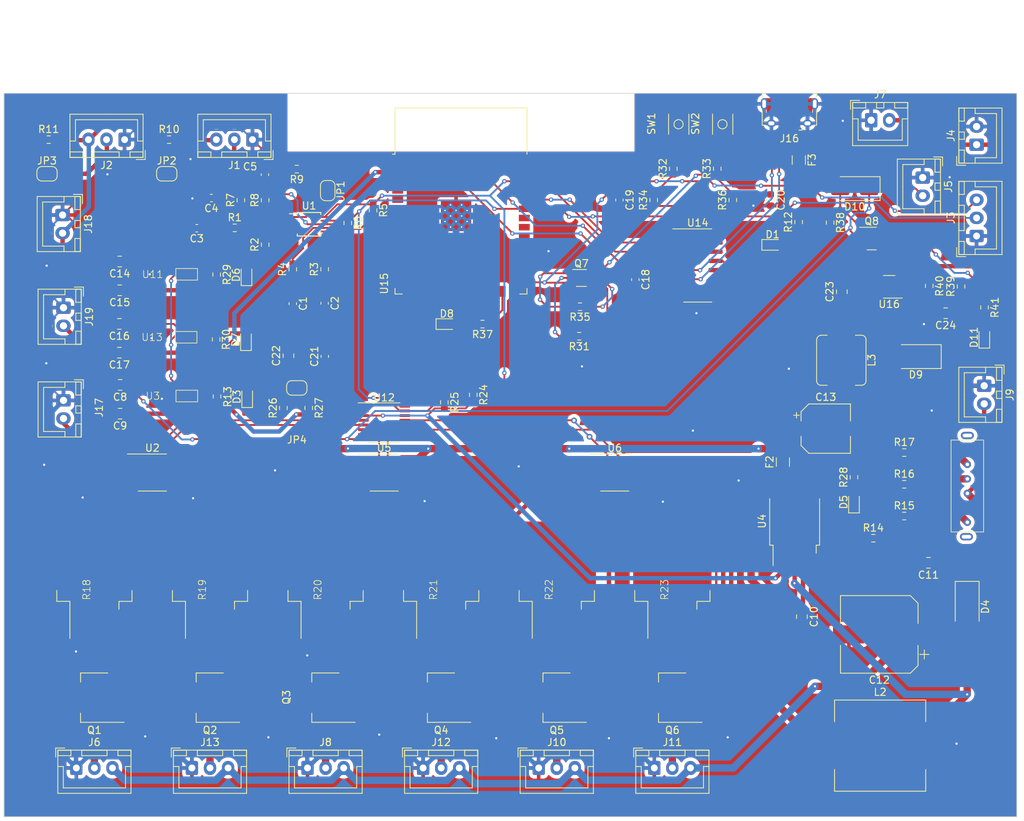
<source format=kicad_pcb>
(kicad_pcb (version 20221018) (generator pcbnew)
  (layers (0 "F.Cu" signal) (31 "B.Cu" signal) (34 "B.Paste" user) (35 "F.Paste" user) (36 "B.SilkS" user "B.Silkscreen") (37 "F.SilkS" user "F.Silkscreen") (38 "B.Mask" user) (39 "F.Mask" user) (44 "Edge.Cuts" user))
  (net 0 "")
  (net 1 "5V_IN")
  (net 2 "Net-(C1-Pad1)")
  (net 3 "GND")
  (net 4 "Net-(C2-Pad1)")
  (net 5 "Temp2")
  (net 6 "Temp1")
  (net 7 "3.3V")
  (net 8 "5V")
  (net 9 "Net-(U4-Vin)")
  (net 10 "VCC_H1")
  (net 11 "V_PWR")
  (net 12 "3.3V_Sens")
  (net 13 "3.3V_Disp")
  (net 14 "/IO0")
  (net 15 "/RESET")
  (net 16 "Net-(D1-A)")
  (net 17 "Net-(D3-A)")
  (net 18 "Net-(D4-A)")
  (net 19 "Net-(D5-A)")
  (net 20 "Net-(D6-A)")
  (net 21 "Net-(D7-A)")
  (net 22 "Net-(D8-A)")
  (net 23 "/SW_5V")
  (net 24 "V_USB")
  (net 25 "Net-(D11-A)")
  (net 26 "Net-(J16-VBUS)")
  (net 27 "SDA")
  (net 28 "SCL")
  (net 29 "I_LED_1")
  (net 30 "I_LED_3")
  (net 31 "I_H1")
  (net 32 "I_H2")
  (net 33 "I_LED_4")
  (net 34 "I_LED_2")
  (net 35 "Net-(J16-D-)")
  (net 36 "Net-(J16-D+)")
  (net 38 "Net-(JP1-A)")
  (net 39 "Net-(JP1-B)")
  (net 40 "Net-(JP2-A)")
  (net 41 "Net-(JP3-A)")
  (net 42 "Net-(JP4-A)")
  (net 43 "Net-(JP4-B)")
  (net 44 "Net-(Q1-B)")
  (net 45 "Net-(Q1-E)")
  (net 46 "Net-(Q2-B)")
  (net 47 "Net-(Q2-E)")
  (net 48 "Net-(Q3-B)")
  (net 49 "Net-(Q3-E)")
  (net 50 "Net-(Q4-B)")
  (net 51 "Net-(Q4-E)")
  (net 52 "Net-(Q5-B)")
  (net 53 "Net-(Q5-E)")
  (net 54 "Net-(Q6-B)")
  (net 55 "Net-(Q6-E)")
  (net 56 "/RST#")
  (net 57 "Net-(Q7B-B1)")
  (net 58 "/DTR#")
  (net 59 "Net-(Q7A-B1)")
  (net 60 "Net-(U1-AIN0)")
  (net 61 "Net-(U1-AIN1)")
  (net 62 "Net-(U1-AIN2)")
  (net 63 "Net-(U1-AIN3)")
  (net 64 "Net-(U1-ALERT{slash}RDY)")
  (net 65 "Net-(U4-FB)")
  (net 66 "16V")
  (net 67 "20V")
  (net 68 "24V")
  (net 69 "Net-(R32-Pad2)")
  (net 70 "Net-(R33-Pad2)")
  (net 71 "+3V3")
  (net 72 "/IO2")
  (net 73 "/FB_5V")
  (net 74 "V_LED_1")
  (net 75 "V_LED_2")
  (net 77 "V_LED_3")
  (net 78 "V_LED_4")
  (net 79 "V_H_1")
  (net 80 "V_H_2")
  (net 88 "/RX")
  (net 89 "/TX")
  (net 119 "/SD_cs")
  (net 120 "SPI_CLK")
  (net 121 "SPI_MISO")
  (net 123 "/spi_mosi")
  (footprint "Capacitor_SMD:C_0805_2012Metric" (layer "F.Cu") (at 80.025 68.325 180)
    (fp_text reference "C16")
    (fp_text value "1u")
  )
  (footprint "Package_TO_SOT_SMD:SOT-23" (layer "F.Cu") (at 184.025 56.525)
    (fp_text reference "Q8")
    (fp_text value "Q_PMOS_GSD")
  )
  (footprint "Capacitor_SMD:CP_Elec_10x10.5" (layer "F.Cu") (at 185.075 111.25 180)
    (fp_text reference "C12")
    (fp_text value "220u")
  )
  (footprint "Capacitor_SMD:C_0805_2012Metric" (layer "F.Cu") (at 174.375 108.8 -90)
    (fp_text reference "C10")
    (fp_text value "1u")
  )
  (footprint "Jumper:SolderJumper-2_P1.3mm_Open_RoundedPad1.0x1.5mm" (layer "F.Cu") (at 70.025 47.575)
    (fp_text reference "JP3")
    (fp_text value "Jumper_2_Open")
  )
  (footprint "Connector_JST:JST_XH_B3B-XH-A_1x03_P2.50mm_Vertical" (layer "F.Cu") (at 198.525 56.175 90)
    (fp_text reference "J3")
    (fp_text value "I2C_IN")
  )
  (footprint "LED_SMD:LED_0603_1608Metric" (layer "F.Cu") (at 125.2875 68.35)
    (fp_text reference "D8")
    (fp_text value "LED")
  )
  (footprint "IoWLabs:TO-263-3 TAB 3" (layer "F.Cu") (at 91.984 105.065 90)
    (fp_text reference "R19")
    (fp_text value "5")
  )
  (footprint "Inductor_SMD:L_12x12mm_H8mm" (layer "F.Cu") (at 185.1925 126.625)
    (fp_text reference "L2")
    (fp_text value "33u")
  )
  (footprint "Package_TO_SOT_SMD:SOT-223-3_TabPin2" (layer "F.Cu") (at 108.533 119.99 180)
    (fp_text reference "Q3")
    (fp_text value "NPN")
  )
  (footprint "Resistor_SMD:R_0603_1608Metric" (layer "F.Cu") (at 124.95 79.175 -90)
    (fp_text reference "R25")
    (fp_text value "10k")
  )
  (footprint "Connector_JST:JST_XH_B3B-XH-A_1x03_P2.50mm_Vertical" (layer "F.Cu") (at 137.991 129.71)
    (fp_text reference "J10")
    (fp_text value "H1")
  )
  (footprint "Connector_JST:JST_XH_B2B-XH-A_1x02_P2.50mm_Vertical" (layer "F.Cu") (at 72.3 66.0875 -90)
    (fp_text reference "J19")
    (fp_text value "TP-3.3V-Disp")
  )
  (footprint "IoWLabs:TO-263-3 TAB 3" (layer "F.Cu") (at 76.005 105.065 90)
    (fp_text reference "R18")
    (fp_text value "5")
  )
  (footprint "Resistor_SMD:R_0603_1608Metric" (layer "F.Cu") (at 162.675 46.875 90)
    (fp_text reference "R33")
    (fp_text value "200")
  )
  (footprint "Resistor_SMD:R_0603_1608Metric" (layer "F.Cu") (at 100.175 51.225 90)
    (fp_text reference "R8")
    (fp_text value "2k")
  )
  (footprint "Connector_JST:JST_XH_B3B-XH-A_1x03_P2.50mm_Vertical" (layer "F.Cu") (at 122.012 129.71)
    (fp_text reference "J12")
    (fp_text value "LED_4")
  )
  (footprint "LED_SMD:LED_0603_1608Metric" (layer "F.Cu") (at 97.695 78.4 90)
    (fp_text reference "D3")
    (fp_text value "LED")
  )
  (footprint "Resistor_SMD:R_0603_1608Metric" (layer "F.Cu") (at 70.25 42.85)
    (fp_text reference "R11")
    (fp_text value "2k")
  )
  (footprint "Resistor_SMD:R_0603_1608Metric" (layer "F.Cu") (at 188.525 90.5)
    (fp_text reference "R16")
    (fp_text value "15k")
  )
  (footprint "Capacitor_SMD:C_0603_1608Metric" (layer "F.Cu") (at 108.425 72.8125 90)
    (fp_text reference "C21")
    (fp_text value "100n")
  )
  (footprint "Capacitor_SMD:C_0805_2012Metric" (layer "F.Cu") (at 194.25 66.85 180)
    (fp_text reference "C24")
    (fp_text value "22u")
  )
  (footprint "Capacitor_SMD:C_0603_1608Metric" (layer "F.Cu") (at 90.725 55.1 180)
    (fp_text reference "C3")
    (fp_text value "100n")
  )
  (footprint "Connector_JST:JST_XH_B2B-XH-A_1x02_P2.50mm_Vertical" (layer "F.Cu") (at 199.575 76.875 -90)
    (fp_text reference "J9")
    (fp_text value "TP-VCC_H1")
  )
  (footprint "Connector_JST:JST_XH_B2B-XH-A_1x02_P2.50mm_Vertical" (layer "F.Cu") (at 198.525 43.55 90)
    (fp_text reference "J4")
    (fp_text value "PWR_IN")
  )
  (footprint "Resistor_SMD:R_0603_1608Metric" (layer "F.Cu") (at 115.1 52.625 -90)
    (fp_text reference "R5")
    (fp_text value "10k")
  )
  (footprint "Connector_JST:JST_XH_B3B-XH-A_1x03_P2.50mm_Vertical" (layer "F.Cu") (at 74.075 129.71)
    (fp_text reference "J6")
    (fp_text value "LED_1")
  )
  (footprint "Resistor_SMD:R_0603_1608Metric" (layer "F.Cu") (at 188.525 94.8875)
    (fp_text reference "R15")
    (fp_text value "11.8k")
  )
  (footprint "Diode_SMD:D_SMA" (layer "F.Cu") (at 190.125 72.85 180)
    (fp_text reference "D9")
    (fp_text value "D_Schottky")
  )
  (footprint "Capacitor_SMD:C_0603_1608Metric" (layer "F.Cu") (at 100.15 47.7 90)
    (fp_text reference "C5")
    (fp_text value "100n")
  )
  (footprint "Package_SO:SOIC-8_3.9x4.9mm_P1.27mm" (layer "F.Cu") (at 148.5055 88.875501)
    (fp_text reference "U6")
    (fp_text value "TLC272")
  )
  (footprint "Connector_JST:JST_XH_B2B-XH-A_1x02_P2.50mm_Vertical" (layer "F.Cu") (at 72.3 78.9 -90)
    (fp_text reference "J17")
    (fp_text value "TP-3.3V")
  )
  (footprint "Package_TO_SOT_SMD:SOT-23-6" (layer "F.Cu") (at 186.45 63.2 180)
    (fp_text reference "U16")
    (fp_text value "MT3608")
  )
  (footprint "Package_TO_SOT_SMD:TO-252-5_TabPin6" (layer "F.Cu") (at 173.375 95.6 90)
    (fp_text reference "U4")
    (fp_text value "XL6008")
  )
  (footprint "Package_TO_SOT_SMD:SOT-223-3_TabPin2" (layer "F.Cu") (at 92.554 119.99 180)
    (fp_text reference "Q2")
    (fp_text value "NPN")
  )
  (footprint "Diode_SMD:D_SMA" (layer "F.Cu") (at 197.225 107.425 -90)
    (fp_text reference "D4")
    (fp_text value "D_Schottky")
  )
  (footprint "Package_SO:TSSOP-10_3x3mm_P0.5mm" (layer "F.Cu") (at 106.25 54.55)
    (fp_text reference "U1")
    (fp_text value "ADS1115IDGS")
  )
  (footprint "Resistor_SMD:R_0603_1608Metric" (layer "F.Cu") (at 188.525 86.1125)
    (fp_text reference "R17")
    (fp_text value "18.2k")
  )
  (footprint "Package_TO_SOT_SMD:SOT-223-3_TabPin2" (layer "F.Cu") (at 140.491 119.99 180)
    (fp_text reference "Q5")
    (fp_text value "NPN")
  )
  (footprint "IoWLabsConnectors:Switch SP3T SS13D07L2B" (layer "F.Cu") (at 197.25 91.75 90)
    (fp_text reference "U7" hide)
    (fp_text value "~" hide)
  )
  (footprint "Package_TO_SOT_SMD:SOT-223-3_TabPin2" (layer "F.Cu") (at 124.512 119.99 180)
    (fp_text reference "Q4")
    (fp_text value "NPN")
  )
  (footprint "Capacitor_SMD:C_0805_2012Metric" (layer "F.Cu") (at 80.125 80.735 180)
    (fp_text reference "C9")
    (fp_text value "1u")
  )
  (footprint "LED_SMD:LED_0603_1608Metric" (layer "F.Cu") (at 199.6 70.1875 90)
    (fp_text reference "D11")
    (fp_text value "LED")
  )
  (footprint "Capacitor_SMD:C_0603_1608Metric" (layer "F.Cu") (at 170.045 51.2 -90)
    (fp_text reference "C20")
    (fp_text value "100n")
  )
  (footprint "Resistor_SMD:R_0603_1608Metric" (layer "F.Cu") (at 143.7 65.95 180)
    (fp_text reference "R35")
    (fp_text value "10K")
  )
  (footprint "Capacitor_SMD:C_0805_2012Metric" (layer "F.Cu") (at 80.075 63.677 180)
    (fp_text reference "C15")
    (fp_text value "1u")
  )
  (footprint "Resistor_SMD:R_0603_1608Metric" (layer "F.Cu") (at 111.6 54.375 -90)
    (fp_text reference "R6")
    (fp_text value "10k")
  )
  (footprint "Resistor_SMD:R_0603_1608Metric" (layer "F.Cu") (at 191.975 63.075 -90)
    (fp_text reference "R40")
    (fp_text value "1K")
  )
  (footprint "Resistor_SMD:R_0603_1608Metric" (layer "F.Cu") (at 143.6 70.025 180)
    (fp_text reference "R31")
    (fp_text value "10K")
  )
  (footprint "Resistor_SMD:R_0603_1608Metric" (layer "F.Cu") (at 104.55 46.925 180)
    (fp_text reference "R9")
    (fp_text value "10k")
  )
  (footprint "Package_TO_SOT_SMD:SOT-363_SC-70-6_Handsoldering" (layer "F.Cu") (at 143.9 61.975)
    (fp_text reference "Q7")
    (fp_text value "Q_Dual_NPN_NPN_BRT_E1B1C2E2B2C1")
  )
  (footprint "IoWLabs:TO-263-3 TAB 3" (layer "F.Cu") (at 107.963 105.065 90)
    (fp_text reference "R20")
    (fp_text value "5")
  )
  (footprint "Connector_JST:JST_XH_B2B-XH-A_1x02_P2.50mm_Vertical" (layer "F.Cu") (at 72.175 53.275 -90)
    (fp_text reference "J18")
    (fp_text value "TP-3.3V-Sens")
  )
  (footprint "Connector_JST:JST_XH_B2B-XH-A_1x02_P2.50mm_Vertical" (layer "F.Cu") (at 191.075 48.1 -90)
    (fp_text reference "J5")
    (fp_text value "TP-5V")
  )
  (footprint "Capacitor_SMD:C_0805_2012Metric" (layer "F.Cu") (at 179.9 63.875 90)
    (fp_text reference "C23")
    (fp_text value "22u")
  )
  (footprint "Capacitor_SMD:C_0603_1608Metric" (layer "F.Cu") (at 108.4 65.475 -90)
    (fp_text reference "C2")
    (fp_text value "100n")
  )
  (footprint "Resistor_SMD:R_0603_1608Metric" (layer "F.Cu") (at 93.4 70.475 -90)
    (fp_text reference "R30")
    (fp_text value "10")
  )
  (footprint "Resistor_SMD:R_0603_1608Metric" (layer "F.Cu") (at 106.198013 79.948013 -90)
    (fp_text reference "R27")
    (fp_text value "2k")
  )
  (footprint "Connector_JST:JST_XH_B3B-XH-A_1x03_P2.50mm_Vertical" (layer "F.Cu") (at 90.054 129.71)
    (fp_text reference "J13")
    (fp_text value "LED_2")
  )
  (footprint "IoWLabs:SMD_SWITCH" (layer "F.Cu") (at 157.35 40.725 90)
    (fp_text reference "SW1")
    (fp_text value "SW_DIP_x02")
  )
  (footprint "Fuse:Fuse_1206_3216Metric" (layer "F.Cu") (at 173.95 45.675 -90)
    (fp_text reference "F3")
    (fp_text value "FUSE")
  )
  (footprint "Inductor_SMD:L_Bourns_SRP7028A_7.3x6.6mm" (layer "F.Cu") (at 179.825 73.35 -90)
    (fp_text reference "L3")
    (fp_text value "22u")
  )
  (footprint "Resistor_SMD:R_0603_1608Metric" (layer "F.Cu") (at 184.25 97.95)
    (fp_text reference "R14")
    (fp_text value "1k")
  )
  (footprint "Connector_JST:JST_XH_B3B-XH-A_1x03_P2.50mm_Vertical" (layer "F.Cu") (at 106.033 129.71)
    (fp_text reference "J8")
    (fp_text value "LED_3")
  )
  (footprint "Capacitor_SMD:C_0805_2012Metric" (layer "F.Cu") (at 80.125 76.758 180)
    (fp_text reference "C8")
    (fp_text value "1u")
  )
  (footprint "IoWLabs:SMD_SWITCH" (layer "F.Cu") (at 163.425 40.725 90)
    (fp_text reference "SW2")
    (fp_text value "SW_DIP_x02")
  )
  (footprint "IoWLabs:TO-263-3 TAB 3" (layer "F.Cu") (at 155.9 105.065 90)
    (fp_text reference "R23")
    (fp_text value "5")
  )
  (footprint "Resistor_SMD:R_0603_1608Metric" (layer "F.Cu") (at 95.975 55.05)
    (fp_text reference "R1")
    (fp_text value "220")
  )
  (footprint "Resistor_SMD:R_0603_1608Metric" (layer "F.Cu") (at 100.175 57.375 90)
    (fp_text reference "R2")
    (fp_text value "220")
  )
  (footprint "Package_SO:TSSOP-16_4.4x5mm_P0.65mm" (layer "F.Cu") (at 116.623013 81.973013)
    (fp_text reference "U12")
    (fp_text value "AD5659R")
  )
  (footprint "Resistor_SMD:R_0603_1608Metric" (layer "F.Cu") (at 96.825 51.225 90)
    (fp_text reference "R7")
    (fp_text value "2k")
  )
  (footprint "Connector_JST:JST_XH_B2B-XH-A_1x02_P2.50mm_Vertical" (layer "F.Cu") (at 183.95 40.175)
    (fp_text reference "J7")
    (fp_text value "TP-PWR_IN")
  )
  (footprint "Capacitor_SMD:CP_Elec_6.3x7.7" (layer "F.Cu") (at 177.675 82.8)
    (fp_text reference "C13")
    (fp_text value "47u")
  )
  (footprint "Resistor_SMD:R_0603_1608Metric" (layer "F.Cu") (at 196.375 63.15 90)
    (fp_text reference "R39")
    (fp_text value "7K5")
  )
  (footprint "Package_TO_SOT_SMD:SOT-223-3_TabPin2" (layer "F.Cu") (at 76.575 119.99 180)
    (fp_text reference "Q1")
    (fp_text value "NPN")
  )
  (footprint "Connector_JST:JST_XH_B3B-XH-A_1x03_P2.50mm_Vertical" (layer "F.Cu") (at 80.75 42.85 180)
    (fp_text reference "J2")
    (fp_text value "Sensor2")
  )
  (footprint "Jumper:SolderJumper-2_P1.3mm_Open_RoundedPad1.0x1.5mm" (layer "F.Cu") (at 104.55 77.175 180)
    (fp_text reference "JP4")
    (fp_text value "Jumper_2_Open")
  )
  (footprint "Package_TO_SOT_SMD:SOT-223-3_TabPin2" (layer "F.Cu") (at 156.47 119.99 180)
    (fp_text reference "Q6")
    (fp_text value "NPN")
  )
  (footprint "Resistor_SMD:R_0603_1608Metric" (layer "F.Cu") (at 102.698013 79.948013 90)
    (fp_text reference "R26")
    (fp_text value "10k")
  )
  (footprint "Connector_JST:JST_XH_B3B-XH-A_1x03_P2.50mm_Vertical" (layer "F.Cu") (at 153.97 129.71)
    (fp_text reference "J11")
    (fp_text value "H2")
  )
  (footprint "Resistor_SMD:R_0603_1608Metric" (layer "F.Cu") (at 156.6 46.875 90)
    (fp_text reference "R32")
    (fp_text value "200")
  )
  (footprint "IoWLabs:SOT-25" (layer "F.Cu") (at 89.25 70.175)
    (fp_text reference "U13")
    (fp_text value "AP2112K-3.3TRG1")
  )
  (footprint "Package_SO:SOIC-8_3.9x4.9mm_P1.27mm" (layer "F.Cu") (at 84.5895 88.875501)
    (fp_text reference "U2")
    (fp_text value "TLC272")
  )
  (footprint "Capacitor_SMD:C_0603_1608Metric" (layer "F.Cu") (at 104 65.525 -90)
    (fp_text reference "C1")
    (fp_text value "100n")
  )
  (footprint "Capacitor_SMD:C_0805_2012Metric" (layer "F.Cu") (at 80.025 72.302 180)
    (fp_text reference "C17")
    (fp_text value "1u")
  )
  (footprint "Resistor_SMD:R_0603_1608Metric" (layer "F.Cu") (at 130.225 68.35 180)
    (fp_text reference "R37")
    (fp_text value "330")
  )
  (footprint "Resistor_SMD:R_0603_1608Metric" (layer "F.Cu") (at 108.4 60.775 90)
    (fp_text reference "R3")
    (fp_text value "220")
  )
  (footprint "IoWLabs:SOT-25" (layer "F.Cu") (at 89.35 78.295)
    (fp_text reference "U3")
    (fp_text value "AP2112K-3.3TRG1")
  )
  (footprint "Resistor_SMD:R_0603_1608Metric" (layer "F.Cu") (at 199.625 66.05 -90)
    (fp_text reference "R41")
    (fp_text value "470")
  )
  (footprint "Resistor_SMD:R_0603_1608Metric" (layer "F.Cu") (at 164.825 51.2 90)
    (fp_text reference "R36")
    (fp_text value "10K")
  )
  (footprint "Resistor_SMD:R_0603_1608Metric" (layer "F.Cu") (at 86.9 42.85)
    (fp_text reference "R10")
    (fp_text value "2k")
  )
  (footprint "Capacitor_SMD:C_0805_2012Metric" (layer "F.Cu") (at 191.875 101.35 180)
    (fp_text reference "C11")
    (fp_text value "1u")
  )
  (footprint "IoWLabs:TO-263-3 TAB 3" (layer "F.Cu") (at 139.921 105.065 90)
    (fp_text reference "R22")
    (fp_text value "5")
  )
  (footprint "Resistor_SMD:R_0603_1608Metric" (layer "F.Cu") (at 93.525 78.35 -90)
    (fp_text reference "R13")
    (fp_text value "10")
  )
  (footprint "Package_SO:SOIC-8_3.9x4.9mm_P1.27mm" (layer "F.Cu") (at 116.625 88.875501)
    (fp_text reference "U5")
    (fp_text value "TLC272")
  )
  (footprint "IoWLabs:TO-263-3 TAB 3" (layer "F.Cu") (at 123.942 105.065 90)
    (fp_text reference "R21")
    (fp_text value "5")
  )
  (footprint "Resistor_SMD:R_0603_1608Metric" (layer "F.Cu") (at 153.89 51.2 90)
    (fp_text reference "R34")
    (fp_text value "10K")
  )
  (footprint "IoWLabs:SOT-25" (layer "F.Cu") (at 89.325 61.475)
    (fp_text reference "U11")
    (fp_text value "AP2112K-3.3TRG1")
  )
  (footprint "Diode_SMD:D_SMA" (layer "F.Cu") (at 181.675 49.625 180)
    (fp_text reference "D10")
    (fp_text value "D_Schottky")
  )
  (footprint "Resistor_SMD:R_0603_1608Metric" (layer "F.Cu") (at 104 60.775 90)
    (fp_text reference "R4")
    (fp_text value "220")
  )
  (footprint "Jumper:SolderJumper-2_P1.3mm_Open_RoundedPad1.0x1.5mm" (layer "F.Cu") (at 86.575 47.575)
    (fp_text reference "JP2")
    (fp_text value "Jumper_2_Open")
  )
  (footprint "Capacitor_SMD:C_0805_2012Metric" (layer "F.Cu") (at 103.4 72.725 90)
    (fp_text reference "C22")
    (fp_text value "10u")
  )
  (footprint "Capacitor_SMD:C_0603_1608Metric" (layer "F.Cu") (at 149.15 51.2 -90)
    (fp_text reference "C19")
    (fp_text value "100n")
  )
  (footprint "Resistor_SMD:R_0603_1608Metric" (layer "F.Cu") (at 128.95 78.125 -90)
    (fp_text reference "R24")
    (fp_text value "10k")
  )
  (footprint "Package_SO:SOIC-16_3.9x9.9mm_P1.27mm" (layer "F.Cu") (at 159.975 60.25)
    (fp_text reference "U14")
    (fp_text value "CH340C")
  )
  (footprint "LED_SMD:LED_0603_1608Metric" (layer "F.Cu") (at 97.6 61.5485 90)
    (fp_text reference "D6")
    (fp_text value "LED")
  )
  (footprint "Resistor_SMD:R_0603_1608Metric" (layer "F.Cu") (at 178.275 54.325 -90)
    (fp_text reference "R38")
    (fp_text value "10K")
  )
  (footprint "Connector_USB:USB_Micro-B_Amphenol_10118194_Horizontal" (layer "F.Cu") (at 172.65 39.2 180)
    (fp_text reference "J16")
    (fp_text value "USB_B_Micro")
  )
  (footprint "Resistor_SMD:R_0603_1608Metric" (layer "F.Cu") (at 93.475 61.5085 -90)
    (fp_text reference "R29")
    (fp_text value "10")
  )
  (footprint "LED_SMD:LED_0603_1608Metric" (layer "F.Cu") (at 97.525 70.515 90)
    (fp_text reference "D7")
    (fp_text value "LED")
  )
  (footprint "LED_SMD:LED_0603_1608Metric" (layer "F.Cu") (at 170.325 57.4)
    (fp_text reference "D1")
    (fp_text value "LED")
  )
  (footprint "Capacitor_SMD:C_0603_1608Metric" (layer "F.Cu") (at 92.75 50.925 180)
    (fp_text reference "C4")
    (fp_text value "100n")
  )
  (footprint "Connector_JST:JST_XH_B3B-XH-A_1x03_P2.50mm_Vertical" (layer "F.Cu") (at 98.425 42.85 180)
    (fp_text reference "J1")
    (fp_text value "Sensor1")
  )
  (footprint "Fuse:Fuse_1206_3216Metric" (layer "F.Cu") (at 171.75 87.425 90)
    (fp_text reference "F2")
    (fp_text value "Fuse")
  )
  (footprint "Jumper:SolderJumper-2_P1.3mm_Open_RoundedPad1.0x1.5mm" (layer "F.Cu") (at 108.825 49.9 -90)
    (fp_text reference "JP1")
    (fp_text value "Jumper_2_Open")
  )
  (footprint "Capacitor_SMD:C_0805_2012Metric" (layer "F.Cu") (at 80.075 59.7 180)
    (fp_text reference "C14")
    (fp_text value "1u")
  )
  (footprint "Resistor_SMD:R_0603_1608Metric" (layer "F.Cu") (at 173.925 54.25 90)
    (fp_text reference "R12")
    (fp_text value "100")
  )
  (footprint "RF_Module:ESP32-WROOM-32" (layer "F.Cu") (at 127.25 54.315)
    (fp_text reference "U15")
    (fp_text value "ESP32-WROOM-32D")
  )
  (footprint "Resistor_SMD:R_0603_1608Metric" (layer "F.Cu") (at 181.575 89.525 90)
    (fp_text reference "R28")
    (fp_text value "1k")
  )
  (footprint "LED_SMD:LED_0603_1608Metric" (layer "F.Cu") (at 181.575 92.9625 90)
    (fp_text reference "D5")
    (fp_text value "LED")
  )
  (footprint "Capacitor_SMD:C_0603_1608Metric" (layer "F.Cu") (at 151.35 62.2 -90)
    (fp_text reference "C18")
    (fp_text value "100n")
  )
  (gr_rect (start 64.075 136.45) (end 204.075 36.45) (stroke (width 0.1)) (fill none) (layer "Edge.Cuts"))
  (segment (start 198.375 62.35) (end 198.375 63.975) (width 0.254) (layer "F.Cu") (net 1))
  (segment (start 198.375 63.975) (end 199.625 65.225) (width 0.6096) (layer "F.Cu") (net 1))
  (segment (start 195.2 66.85) (end 195.2 65.15) (width 0.6096) (layer "F.Cu") (net 1))
  (segment (start 197.3 61.275) (end 198.375 62.35) (width 0.254) (layer "F.Cu") (net 1))
  (segment (start 184.9625 56.525) (end 190.7 56.525) (width 0.254) (layer "F.Cu") (net 1))
  (segment (start 195.2 71.8) (end 195.2 66.85) (width 0.6096) (layer "F.Cu") (net 1))
  (segment (start 194.15 72.85) (end 195.2 71.8) (width 0.6096) (layer "F.Cu") (net 1))
  (segment (start 196.375 63.975) (end 198.375 63.975) (width 0.6096) (layer "F.Cu") (net 1))
  (segment (start 195.2 65.15) (end 196.375 63.975) (width 0.6096) (layer "F.Cu") (net 1))
  (segment (start 192.125 72.85) (end 194.15 72.85) (width 0.6096) (layer "F.Cu") (net 1))
  (segment (start 190.7 56.525) (end 192.9 58.725) (width 0.254) (layer "F.Cu") (net 1))
  (via (at 197.3 61.275) (size 0.6) (drill 0.3) (layers "F.Cu" "B.Cu") (net 1))
  (via (at 192.9 58.725) (size 0.6) (drill 0.3) (layers "F.Cu" "B.Cu") (net 1))
  (segment (start 195.45 61.275) (end 197.3 61.275) (width 0.254) (layer "B.Cu") (net 1))
  (segment (start 192.9 58.725) (end 195.45 61.275) (width 0.254) (layer "B.Cu") (net 1))
  (segment (start 104 64.75) (end 104 61.6) (width 0.254) (layer "F.Cu") (net 2))
  (segment (start 121.972 111.853) (end 119.025 114.8) (width 0.6096) (layer "F.Cu") (net 3))
  (segment (start 119.025 126.723) (end 122.012 129.71) (width 0.6096) (layer "F.Cu") (net 3))
  (segment (start 121.54 65.39) (end 124.5 68.35) (width 0.254) (layer "F.Cu") (net 3))
  (segment (start 105.993 114.143) (end 106 114.15) (width 0.6096) (layer "F.Cu") (net 3))
  (segment (start 116.3 91.675) (end 116.3 103.828) (width 0.6096) (layer "F.Cu") (net 3))
  (segment (start 97.695 79.745) (end 98.723013 80.773013) (width 0.6096) (layer "F.Cu") (net 3))
  (segment (start 72.3 78.9) (end 77.34 78.9) (width 0.254) (layer "F.Cu") (net 3))
  (segment (start 150.725 126.465) (end 153.97 129.71) (width 0.6096) (layer "F.Cu") (net 3))
  (segment (start 79.075 72.302) (end 79.075 80.635) (width 0.254) (layer "F.Cu") (net 3))
  (segment (start 98.723013 80.773013) (end 102.698013 80.773013) (width 0.6096) (layer "F.Cu") (net 3))
  (segment (start 190.575 76.875) (end 199.575 76.875) (width 0.6096) (layer "F.Cu") (net 3))
  (segment (start 164.175 42.65) (end 164.175 38.8) (width 0.254) (layer "F.Cu") (net 3))
  (segment (start 147.405501 90.780501) (end 148.925 92.3) (width 0.6096) (layer "F.Cu") (net 3))
  (segment (start 148.925 104.495) (end 153.93 109.5) (width 0.6096) (layer "F.Cu") (net 3))
  (segment (start 89.325 58.6) (end 78.375 47.65) (width 0.254) (layer "F.Cu") (net 3))
  (segment (start 116.3 103.828) (end 121.972 109.5) (width 0.6096) (layer "F.Cu") (net 3))
  (segment (start 90.014 109.5) (end 90.014 113.236) (width 0.6096) (layer "F.Cu") (net 3))
  (segment (start 179.375 109.75) (end 180.875 111.25) (width 0.6096) (layer "F.Cu") (net 3))
  (segment (start 180.875 111.25) (end 190.775 101.35) (width 0.6096) (layer "F.Cu") (net 3))
  (segment (start 191.975 65.525) (end 193.3 66.85) (width 0.6096) (layer "F.Cu") (net 3))
  (segment (start 90.014 113.236) (end 86.6 116.65) (width 0.6096) (layer "F.Cu") (net 3))
  (segment (start 181.575 96.1) (end 183.425 97.95) (width 0.6096) (layer "F.Cu") (net 3))
  (segment (start 72.7 53.275) (end 79.125 59.7) (width 0.254) (layer "F.Cu") (net 3))
  (segment (start 148.925 92.3) (end 148.925 104.495) (width 0.6096) (layer "F.Cu") (net 3))
  (segment (start 82.1145 90.780501) (end 83.380501 90.780501) (width 0.6096) (layer "F.Cu") (net 3))
  (segment (start 91.975 50.925) (end 90.175 50.925) (width 0.254) (layer "F.Cu") (net 3))
  (segment (start 84.625 104.111) (end 90.014 109.5) (width 0.6096) (layer "F.Cu") (net 3))
  (segment (start 174.375 109.75) (end 179.375 109.75) (width 0.6096) (layer "F.Cu") (net 3))
  (segment (start 89.95 57.975) (end 89.325 58.6) (width 0.254) (layer "F.Cu") (net 3))
  (segment (start 115.405501 90.780501) (end 116.3 91.675) (width 0.6096) (layer "F.Cu") (net 3))
  (segment (start 100.15 46.925) (end 100.15 44.575) (width 0.254) (layer "F.Cu") (net 3))
  (segment (start 97.695 79.1875) (end 97.695 79.745) (width 0.6096) (layer "F.Cu") (net 3))
  (segment (start 84.625 92.025) (end 84.625 104.111) (width 0.6096) (layer "F.Cu") (net 3))
  (segment (start 158.1 42.65) (end 158.1 38.8) (width 0.254) (layer "F.Cu") (net 3))
  (segment (start 191.975 63.9) (end 191.975 65.525) (width 0.6096) (layer "F.Cu") (net 3))
  (segment (start 114.15 90.780501) (end 115.405501 90.780501) (width 0.6096) (layer "F.Cu") (net 3))
  (segment (start 105.993 109.5) (end 105.993 114.143) (width 0.6096) (layer "F.Cu") (net 3))
  (segment (start 121.972 109.5) (end 121.972 111.853) (width 0.6096) (layer "F.Cu") (net 3))
  (segment (start 72.175 53.275) (end 72.7 53.275) (width 0.254) (layer "F.Cu") (net 3))
  (segment (start 180.375 82.8) (end 184.65 82.8) (width 0.6096) (layer "F.Cu") (net 3))
  (segment (start 90.175 50.925) (end 90.125 50.975) (width 0.254) (layer "F.Cu") (net 3))
  (segment (start 77.34 78.9) (end 79.175 80.735) (width 0.254) (layer "F.Cu") (net 3))
  (segment (start 79.125 63.677) (end 76.725 66.077) (width 0.254) (layer "F.Cu") (net 3))
  (segment (start 191.275 63.2) (end 187.5875 63.2) (width 0.6096) (layer "F.Cu") (net 3))
  (segment (start 72.175 53.275) (end 77.8 47.65) (width 0.254) (layer "F.Cu") (net 3))
  (segment (start 190.775 101.35) (end 190.925 101.35) (width 0.6096) (layer "F.Cu") (net 3))
  (segment (start 184.65 82.8) (end 190.575 76.875) (width 0.6096) (layer "F.Cu") (net 3))
  (segment (start 191.975 63.9) (end 191.275 63.2) (width 0.6096) (layer "F.Cu") (net 3))
  (segment (start 89.95 55.1) (end 89.95 57.975) (width 0.254) (layer "F.Cu") (net 3))
  (segment (start 119.025 114.8) (end 119.025 126.723) (width 0.6096) (layer "F.Cu") (net 3))
  (segment (start 79.075 80.635) (end 79.175 80.735) (width 0.254) (layer "F.Cu") (net 3))
  (segment (start 89.325 60.375) (end 89.325 58.6) (width 0.254) (layer "F.Cu") (net 3))
  (segment (start 146.0305 90.780501) (end 147.405501 90.780501) (width 0.6096) (layer "F.Cu") (net 3))
  (segment (start 100.15 46.925) (end 103.725 46.925) (width 0.254) (layer "F.Cu") (net 3))
  (segment (start 79.075 68.325) (end 76.8375 66.0875) (width 0.254) (layer "F.Cu") (net 3))
  (segment (start 150.725 115.675) (end 150.725 126.465) (width 0.6096) (layer "F.Cu") (net 3))
  (segment (start 76.8375 66.0875) (end 76.725 66.0875) (width 0.254) (layer "F.Cu") (net 3))
  (segment (start 86.6 116.65) (end 86.6 126.256) (width 0.6096) (layer "F.Cu") (net 3))
  (segment (start 100.15 44.575) (end 98.425 42.85) (width 0.254) (layer "F.Cu") (net 3))
  (segment (start 121.54 63.825) (end 121.54 65.39) (width 0.254) (layer "F.Cu") (net 3))
  (segment (start 76.725 66.0875) (end 72.3 66.0875) (width 0.254) (layer "F.Cu") (net 3))
  (segment (start 83.380501 90.780501) (end 84.625 92.025) (width 0.6096) (layer "F.Cu") (net 3))
  (segment (start 77.8 47.65) (end 78.375 47.65) (width 0.254) (layer "F.Cu") (net 3))
  (segment (start 76.725 66.077) (end 76.725 66.0875) (width 0.254) (layer "F.Cu") (net 3))
  (segment (start 181.575 93.75) (end 181.575 96.1) (width 0.6096) (layer "F.Cu") (net 3))
  (segment (start 153.93 112.47) (end 150.725 115.675) (width 0.6096) (layer "F.Cu") (net 3))
  (segment (start 86.6 126.256) (end 90.054 129.71) (width 0.6096) (layer "F.Cu") (net 3))
  (segment (start 153.93 109.5) (end 153.93 112.47) (width 0.6096) (layer "F.Cu") (net 3))
  (segment (start 74.035 109.5) (end 74.035 113.61) (width 0.6096) (layer "F.Cu") (net 3))
  (via (at 69.625 87.8) (size 0.6) (drill 0.3) (layers "F.Cu" "B.Cu") (net 3))
  (via (at 164.125 125.475) (size 0.6) (drill 0.3) (layers "F.Cu" "B.Cu") (net 3))
  (via (at 159.3 83.075) (size 0.6) (drill 0.3) (layers "F.Cu" "B.Cu") (net 3))
  (via (at 122.225 92.825) (size 0.6) (drill 0.3) (layers "F.Cu" "B.Cu") (net 3))
  (via (at 85.9 78.675) (size 0.6) (drill 0.3) (layers "F.Cu" "B.Cu") (net 3))
  (via (at 194.8 48.05) (size 0.6) (drill 0.3) (layers "F.Cu" "B.Cu") (net 3))
  (via (at 74.95 92.325) (size 0.6) (drill 0.3) (layers "F.Cu" "B.Cu") (net 3))
  (via (at 69.925 73.775) (size 0.6) (drill 0.3) (layers "F.Cu" "B.Cu") (net 3))
  (via (at 84.475 70.3) (size 0.6) (drill 0.3) (layers "F.Cu" "B.Cu") (net 3))
  (via (at 74.035 113.61) (size 0.6) (drill 0.3) (layers "F.Cu" "B.Cu") (net 3))
  (via (at 143.975 74.2) (size 0.6) (drill 0.3) (layers "F.Cu" "B.Cu") (net 3))
  (via (at 132.125 125.6) (size 0.6) (drill 0.3) (layers "F.Cu" "B.Cu") (net 3))
  (via (at 101.55 88.575) (size 0.6) (drill 0.3) (layers "F.Cu" "B.Cu") (net 3))
  (via (at 165.625 89.975) (size 0.6) (drill 0.3) (layers "F.Cu" "B.Cu") (net 3))
  (via (at 191.25 68.35) (size 0.6) (drill 0.3) (layers "F.Cu" "B.Cu") (net 3))
  (via (at 180.025 40.25) (size 0.6) (drill 0.3) (layers "F.Cu" "B.Cu") (net 3))
  (via (at 159.8 66.85) (size 0.6) (drill 0.3) (layers "F.Cu" "B.Cu") (net 3))
  (via (at 172.575 74.525) (size 0.6) (drill 0.3) (layers "F.Cu" "B.Cu") (net 3))
  (via (at 90.225 92.425) (size 0.6) (drill 0.3) (layers "F.Cu" "B.Cu") (net 3))
  (via (at 155.15 92.9) (size 0.6) (drill 0.3) (layers "F.Cu" "B.Cu") (net 3))
  (via (at 115.95 125.1) (size 0.6) (drill 0.3) (layers "F.Cu" "B.Cu") (net 3))
  (via (at 90.125 50.975) (size 0.6) (drill 0.3) (layers "F.Cu" "B.Cu") (net 3))
  (via (at 135.225 88.025) (size 0.6) (drill 0.3) (layers "F.Cu" "B.Cu") (net 3))
  (via (at 84.225 61.475) (size 0.6) (drill 0.3) (layers "F.Cu" "B.Cu") (net 3))
  (via (at 78.375 47.65) (size 0.6) (drill 0.3) (layers "F.Cu" "B.Cu") (net 3))
  (via (at 195.75 126.35) (size 0.6) (drill 0.3) (layers "F.Cu" "B.Cu") (net 3))
  (via (at 100.625 125.475) (size 0.6) (drill 0.3) (layers "F.Cu" "B.Cu") (net 3))
  (via (at 106 114.15) (size 0.6) (drill 0.3) (layers "F.Cu" "B.Cu") (net 3))
  (via (at 167.675 51.975) (size 0.6) (drill 0.3) (layers "F.Cu" "B.Cu") (net 3))
  (via (at 147.7 125.6) (size 0.6) (drill 0.3) (layers "F.Cu" "B.Cu") (net 3))
  (via (at 69.975 60.275) (size 0.6) (drill 0.3) (layers "F.Cu" "B.Cu") (net 3))
  (via (at 139.35 58.275) (size 0.6) (drill 0.3) (layers "F.Cu" "B.Cu") (net 3))
  (via (at 89.85 45.55) (size 0.6) (drill 0.3) (layers "F.Cu" "B.Cu") (net 3))
  (via (at 192.325 80.3) (size 0.6) (drill 0.3) (layers "F.Cu" "B.Cu") (net 3))
  (via (at 83.6 125.35) (size 0.6) (drill 0.3) (layers "F.Cu" "B.Cu") (net 3))
  (segment (start 107.5128 128.2302) (end 106.033 129.71) (width 0.6096) (layer "B.Cu") (net 3))
  (segment (start 106 114.15) (end 106 129.677) (width 0.6096) (layer "B.Cu") (net 3))
  (segment (start 120.5322 128.2302) (end 107.5128 128.2302) (width 0.6096) (layer "B.Cu") (net 3))
  (segment (start 82.052 41.548) (end 97.123 41.548) (width 0.254) (layer "B.Cu") (net 3))
  (segment (start 97.123 41.548) (end 98.425 42.85) (width 0.254) (layer "B.Cu") (net 3))
  (segment (start 72.3 78.9) (end 70.973 77.573) (width 0.254) (layer "B.Cu") (net 3))
  (segment (start 72.3 66.0875) (end 70.848 64.6355) (width 0.254) (layer "B.Cu") (net 3))
  (segment (start 88.5742 128.2302) (end 75.5548 128.2302) (width 0.6096) (layer "B.Cu") (net 3))
  (segment (start 74.025 129.66) (end 74.075 129.71) (width 0.6096) (layer "B.Cu") (net 3))
  (segment (start 90.125 50.975) (end 82 42.85) (width 0.254) (layer "B.Cu") (net 3))
  (segment (start 136.5112 128.2302) (end 137.991 129.71) (width 0.6096) (layer "B.Cu") (net 3))
  (segment (start 90.054 129.71) (end 88.5742 128.2302) (width 0.6096) (layer "B.Cu") (net 3))
  (segment (start 80.75 45.275) (end 80.75 42.85) (width 0.254) (layer "B.Cu") (net 3))
  (segment (start 82 42.85) (end 80.75 42.85) (width 0.254) (layer "B.Cu") (net 3))
  (segment (start 70.848 64.6355) (end 70.848 54.602) (width 0.254) (layer "B.Cu") (net 3))
  (segment (start 70.7952 80.4048) (end 72.3 78.9) (width 0.6096) (layer "B.Cu") (net 3))
  (segment (start 152.4902 128.2302) (end 139.4708 128.2302) (width 0.6096) (layer "B.Cu") (net 3))
  (segment (start 139.4708 128.2302) (end 137.991 129.71) (width 0.6096) (layer "B.Cu") (net 3))
  (segment (start 153.97 129.71) (end 152.4902 128.2302) (width 0.6096) (layer "B.Cu") (net 3))
  (segment (start 78.375 47.65) (end 80.75 45.275) (width 0.254) (layer "B.Cu") (net 3))
  (segment (start 74.075 129.71) (end 70.7952 126.4302) (width 0.6096) (layer "B.Cu") (net 3))
  (segment (start 122.012 129.71) (end 123.4918 128.2302) (width 0.6096) (layer "B.Cu") (net 3))
  (segment (start 70.848 54.602) (end 72.175 53.275) (width 0.254) (layer "B.Cu") (net 3))
  (segment (start 74.025 113.62) (end 74.025 129.66) (width 0.6096) (layer "B.Cu") (net 3))
  (segment (start 80.75 42.85) (end 82.052 41.548) (width 0.254) (layer "B.Cu") (net 3))
  (segment (start 70.973 67.4145) (end 72.3 66.0875) (width 0.254) (layer "B.Cu") (net 3))
  (segment (start 123.4918 128.2302) (end 136.5112 128.2302) (width 0.6096) (layer "B.Cu") (net 3))
  (segment (start 70.973 77.573) (end 70.973 67.4145) (width 0.254) (layer "B.Cu") (net 3))
  (segment (start 75.5548 128.2302) (end 74.075 129.71) (width 0.6096) (layer "B.Cu") (net 3))
  (segment (start 70.7952 126.4302) (end 70.7952 80.4048) (width 0.6096) (layer "B.Cu") (net 3))
  (segment (start 122.012 129.71) (end 120.5322 128.2302) (width 0.6096) (layer "B.Cu") (net 3))
  (segment (start 74.035 113.61) (end 74.025 113.62) (width 0.6096) (layer "B.Cu") (net 3))
  (segment (start 106 129.677) (end 106.033 129.71) (width 0.6096) (layer "B.Cu") (net 3))
  (segment (start 108.4 61.6) (end 108.4 64.7) (width 0.254) (layer "F.Cu") (net 4))
  (segment (start 94.6 58.2) (end 100.175 58.2) (width 0.6096) (layer "F.Cu") (net 5))
  (segment (start 78.3 44.775) (end 78.3 42.9) (width 0.6096) (layer "F.Cu") (net 5))
  (segment (start 91.5 55.1) (end 94.6 58.2) (width 0.6096) (layer "F.Cu") (net 5))
  (segment (start 78.3 46.025) (end 78.3 44.775) (width 0.6096) (layer "F.Cu") (net 5))
  (segment (start 86.025 49.625) (end 81.9 49.625) (width 0.6096) (layer "F.Cu") (net 5))
  (segment (start 70.725 47.575) (end 75.5 47.575) (width 0.6096) (layer "F.Cu") (net 5))
  (segment (start 91.5 55.1) (end 86.025 49.625) (width 0.6096) (layer "F.Cu") (net 5))
  (segment (start 81.9 49.625) (end 78.3 46.025) (width 0.6096) (layer "F.Cu") (net 5))
  (segment (start 75.5 47.575) (end 78.3 44.775) (width 0.6096) (layer "F.Cu") (net 5))
  (segment (start 93.525 50.925) (end 93.525 53.425) (width 0.6096) (layer "F.Cu") (net 6))
  (segment (start 93.525 47.575) (end 95.9 45.2) (width 0.6096) (layer "F.Cu") (net 6))
  (segment (start 87.375 47.575) (end 93.525 47.575) (width 0.6096) (layer "F.Cu") (net 6))
  (segment (start 93.525 53.425) (end 95.15 55.05) (width 0.6096) (layer "F.Cu") (net 6))
  (segment (start 93.525 50.925) (end 93.525 47.575) (width 0.6096) (layer "F.Cu") (net 6))
  (segment (start 95.9 45.2) (end 95.9 42.75) (width 0.6096) (layer "F.Cu") (net 6))
  (segment (start 79.525 83.25) (end 81.075 81.7) (width 0.6096) (layer "F.Cu") (net 7))
  (segment (start 123.623013 80) (end 122.625 80.998013) (width 0.25) (layer "F.Cu") (net 7))
  (segment (start 100.175 48.5) (end 100.15 48.475) (width 0.254) (layer "F.Cu") (net 7))
  (segment (start 93.525 79.175) (end 94.55 79.175) (width 0.6096) (layer "F.Cu") (net 7))
  (segment (start 104.475 80.85) (end 106.121026 80.85) (width 0.6096) (layer "F.Cu") (net 7))
  (segment (start 113.760513 80.998013) (end 116.448013 80.998013) (width 0.254) (layer "F.Cu") (net 7))
  (segment (start 81.075 81.7) (end 81.075 80.735) (width 0.6096) (layer "F.Cu") (net 7))
  (segment (start 103.775 50.4) (end 100.175 50.4) (width 0.254) (layer "F.Cu") (net 7))
  (segment (start 111.6 55.2) (end 113.35 55.2) (width 0.254) (layer "F.Cu") (net 7))
  (segment (start 73.5 83.25) (end 79.525 83.25) (width 0.6096) (layer "F.Cu") (net 7))
  (segment (start 113.35 55.2) (end 115.1 53.45) (width 0.254) (layer "F.Cu") (net 7))
  (segment (start 128.95 78.95) (end 127.9 80) (width 0.25) (layer "F.Cu") (net 7))
  (segment (start 172.235 100.64) (end 172.235 101.965) (width 0.6096) (layer "F.Cu") (net 7))
  (segment (start 106.025 54.55) (end 105.75 54.275) (width 0.254) (layer "F.Cu") (net 7))
  (segment (start 72.3 82.05) (end 73.5 83.25) (width 0.6096) (layer "F.Cu") (net 7))
  (segment (start 108.4 54.55) (end 110.95 54.55) (width 0.254) (layer "F.Cu") (net 7))
  (segment (start 93.305 79.395) (end 93.525 79.175) (width 0.6096) (layer "F.Cu") (net 7))
  (segment (start 108.4 54.55) (end 106.025 54.55) (width 0.254) (layer "F.Cu") (net 7))
  (segment (start 113.755513 80.993013) (end 113.760513 80.998013) (width 0.254) (layer "F.Cu") (net 7))
  (segment (start 172.235 101.965) (end 170.725 103.475) (width 0.6096) (layer "F.Cu") (net 7))
  (segment (start 110.95 54.55) (end 111.6 55.2) (width 0.254) (layer "F.Cu") (net 7))
  (segment (start 127.9 80) (end 123.623013 80) (width 0.25) (layer "F.Cu") (net 7))
  (segment (start 106.423013 80.998013) (end 106.198013 80.773013) (width 0.254) (layer "F.Cu") (net 7))
  (segment (start 113.760513 80.998013) (end 106.423013 80.998013) (width 0.254) (layer "F.Cu") (net 7))
  (segment (start 72.3 81.4) (end 72.3 82.05) (width 0.6096) (layer "F.Cu") (net 7))
  (segment (start 100.175 50.4) (end 100.175 48.5) (width 0.254) (layer "F.Cu") (net 7))
  (segment (start 106.121026 80.85) (end 106.198013 80.773013) (width 0.6096) (layer "F.Cu") (net 7))
  (segment (start 90.3 79.395) (end 93.305 79.395) (width 0.6096) (layer "F.Cu") (net 7))
  (segment (start 96.825 50.4) (end 100.175 50.4) (width 0.254) (layer "F.Cu") (net 7))
  (segment (start 94.55 79.175) (end 96.225 80.85) (width 0.6096) (layer "F.Cu") (net 7))
  (segment (start 81.075 80.735) (end 88.96 80.735) (width 0.6096) (layer "F.Cu") (net 7))
  (segment (start 88.96 80.735) (end 90.3 79.395) (width 0.6096) (layer "F.Cu") (net 7))
  (via (at 103.775 50.4) (size 0.6) (drill 0.3) (layers "F.Cu" "B.Cu") (net 7))
  (via (at 122.625 80.998013) (size 0.6) (drill 0.3) (layers "F.Cu" "B.Cu") (net 7))
  (via (at 105.75 54.275) (size 0.6) (drill 0.3) (layers "F.Cu" "B.Cu") (net 7))
  (via (at 96.225 80.85) (size 0.6) (drill 0.3) (layers "F.Cu" "B.Cu") (net 7))
  (via (at 104.475 80.85) (size 0.6) (drill 0.3) (layers "F.Cu" "B.Cu") (net 7))
  (via (at 116.448013 80.998013) (size 0.6) (drill 0.3) (layers "F.Cu" "B.Cu") (net 7))
  (via (at 170.725 103.475) (size 0.6) (drill 0.3) (layers "F.Cu" "B.Cu") (net 7))
  (segment (start 145.101987 103.475) (end 170.725 103.475) (width 0.6096) (layer "B.Cu") (net 7))
  (segment (start 122.625 80.998013) (end 145.101987 103.475) (width 0.6096) (layer "B.Cu") (net 7))
  (segment (start 122.625 80.998013) (end 116.448013 80.998013) (width 0.254) (layer "B.Cu") (net 7))
  (segment (start 96.225 80.85) (end 98.575 83.2) (width 0.6096) (layer "B.Cu") (net 7))
  (segment (start 104.675 51.725) (end 104.675 51.3) (width 0.254) (layer "B.Cu") (net 7))
  (segment (start 98.575 83.2) (end 102.125 83.2) (width 0.6096) (layer "B.Cu") (net 7))
  (segment (start 102.125 83.2) (end 104.475 80.85) (width 0.6096) (layer "B.Cu") (net 7))
  (segment (start 104.675 51.3) (end 103.775 50.4) (width 0.254) (layer "B.Cu") (net 7))
  (segment (start 104.675 53.2) (end 104.675 51.725) (width 0.254) (layer "B.Cu") (net 7))
  (segment (start 105.75 54.275) (end 104.675 53.2) (width 0.254) (layer "B.Cu") (net 7))
  (segment (start 88.65 69.95) (end 89.975 69.95) (width 0.254) (layer "F.Cu") (net 8))
  (segment (start 90.125 78.025) (end 90.3 77.85) (width 0.254) (layer "F.Cu") (net 8))
  (segment (start 111.5 84.248013) (end 90.176987 84.248013) (width 0.254) (layer "F.Cu") (net 8))
  (segment (start 87.175 70.55) (end 87.175 71.225) (width 0.254) (layer "F.Cu") (net 8))
  (segment (start 87.375 70.35) (end 87.175 70.55) (width 0.254) (layer "F.Cu") (net 8))
  (segment (start 87.55 68.325) (end 88.3 69.075) (width 0.254) (layer "F.Cu") (net 8))
  (segment (start 190.1 49.625) (end 191.075 50.6) (width 0.254) (layer "F.Cu") (net 8))
  (segment (start 89.975 69.95) (end 90.2 69.725) (width 0.254) (layer "F.Cu") (net 8))
  (segment (start 183.675 49.625) (end 190.1 49.625) (width 0.254) (layer "F.Cu") (net 8))
  (segment (start 88.3 69.6) (end 88.65 69.95) (width 0.254) (layer "F.Cu") (net 8))
  (segment (start 89.95 61.275) (end 90.275 60.95) (width 0.254) (layer "F.Cu") (net 8))
  (segment (start 88.4 77.195) (end 88.4 77.65) (width 0.254) (layer "F.Cu") (net 8))
  (segment (start 88.375 60.85) (end 88.8 61.275) (width 0.254) (layer "F.Cu") (net 8))
  (segment (start 88.375 60.375) (end 87.7 59.7) (width 0.254) (layer "F.Cu") (net 8))
  (segment (start 80.975 68.325) (end 87.55 68.325) (width 0.254) (layer "F.Cu") (net 8))
  (segment (start 88.3 69.075) (end 88.3 69.6) (width 0.254) (layer "F.Cu") (net 8))
  (segment (start 88.3 69.075) (end 88.3 69.425) (width 0.254) (layer "F.Cu") (net 8))
  (segment (start 83.342 79.025) (end 81.075 76.758) (width 0.254) (layer "F.Cu") (net 8))
  (segment (start 183.0875 57.475) (end 181.1 55.4875) (width 0.254) (layer "F.Cu") (net 8))
  (segment (start 88.375 60.375) (end 88.375 60.85) (width 0.254) (layer "F.Cu") (net 8))
  (segment (start 90.2 69.725) (end 90.2 69.075) (width 0.254) (layer "F.Cu") (net 8))
  (segment (start 90.275 60.95) (end 90.275 60.375) (width 0.254) (layer "F.Cu") (net 8))
  (segment (start 88.4 77.65) (end 88.775 78.025) (width 0.254) (layer "F.Cu") (net 8))
  (segment (start 87.963 76.758) (end 88.4 77.195) (width 0.254) (layer "F.Cu") (net 8))
  (segment (start 183.675 52.35) (end 183.675 49.625) (width 0.254) (layer "F.Cu") (net 8))
  (segment (start 88.8 61.275) (end 89.95 61.275) (width 0.254) (layer "F.Cu") (net 8))
  (segment (start 87.175 62.375) (end 87.175 62.05) (width 0.254) (layer "F.Cu") (net 8))
  (segment (start 90.3 77.85) (end 90.3 77.195) (width 0.254) (layer "F.Cu") (net 8))
  (segment (start 87.175 75.5) (end 87.175 75.97) (width 0.254) (layer "F.Cu") (net 8))
  (segment (start 83.35 79.025) (end 83.342 79.025) (width 0.254) (layer "F.Cu") (net 8))
  (segment (start 87.175 75.97) (end 87.963 76.758) (width 0.254) (layer "F.Cu") (net 8))
  (segment (start 81.075 76.758) (end 87.963 76.758) (width 0.254) (layer "F.Cu") (net 8))
  (segment (start 87.7 59.7) (end 81.025 59.7) (width 0.254) (layer "F.Cu") (net 8))
  (segment (start 88.775 78.025) (end 90.125 78.025) (width 0.254) (layer "F.Cu") (net 8))
  (segment (start 113.760513 84.248013) (end 111.5 84.248013) (width 0.254) (layer "F.Cu") (net 8))
  (segment (start 87.175 62.05) (end 88.375 60.85) (width 0.254) (layer "F.Cu") (net 8))
  (segment (start 90.176987 84.248013) (end 90.125 84.3) (width 0.254) (layer "F.Cu") (net 8))
  (segment (start 88.3 69.425) (end 87.375 70.35) (width 0.254) (layer "F.Cu") (net 8))
  (segment (start 181.1 55.4875) (end 181.1 55.025) (width 0.254) (layer "F.Cu") (net 8))
  (via (at 111.5 84.248013) (size 0.6) (drill 0.3) (layers "F.Cu" "B.Cu") (net 8))
  (via (at 181.1 55.025) (size 0.6) (drill 0.3) (layers "F.Cu" "B.Cu") (net 8))
  (via (at 83.35 79.025) (size 0.6) (drill 0.3) (layers "F.Cu" "B.Cu") (net 8))
  (via (at 87.175 62.375) (size 0.6) (drill 0.3) (layers "F.Cu" "B.Cu") (net 8))
  (via (at 90.125 84.3) (size 0.6) (drill 0.3) (layers "F.Cu" "B.Cu") (net 8))
  (via (at 183.675 52.35) (size 0.6) (drill 0.3) (layers "F.Cu" "B.Cu") (net 8))
  (via (at 87.175 75.5) (size 0.6) (drill 0.3) (layers "F.Cu" "B.Cu") (net 8))
  (via (at 87.175 71.225) (size 0.6) (drill 0.3) (layers "F.Cu" "B.Cu") (net 8))
  (segment (start 181.1 55.025) (end 181.1 53.725) (width 0.254) (layer "B.Cu") (net 8))
  (segment (start 83.35 79.025) (end 83.375 79.025) (width 0.254) (layer "B.Cu") (net 8))
  (segment (start 115.3818 80.366213) (end 111.5 84.248013) (width 0.254) (layer "B.Cu") (net 8))
  (segment (start 183.05 52.975) (end 183.675 52.35) (width 0.254) (layer "B.Cu") (net 8))
  (segment (start 87.175 71.225) (end 87.175 75.5) (width 0.254) (layer "B.Cu") (net 8))
  (segment (start 181.1 55.025) (end 155.758787 80.366213) (width 0.254) (layer "B.Cu") (net 8))
  (segment (start 87.175 71.225) (end 87.175 62.375) (width 0.254) (layer "B.Cu") (net 8))
  (segment (start 181.1 53.725) (end 181.85 52.975) (width 0.254) (layer "B.Cu") (net 8))
  (segment (start 181.85 52.975) (end 183.05 52.975) (width 0.254) (layer "B.Cu") (net 8))
  (segment (start 155.758787 80.366213) (end 115.3818 80.366213) (width 0.254) (layer "B.Cu") (net 8))
  (segment (start 83.375 79.025) (end 88.65 84.3) (width 0.254) (layer "B.Cu") (net 8))
  (segment (start 88.65 84.3) (end 90.125 84.3) (width 0.254) (layer "B.Cu") (net 8))
  (segment (start 171.525 107.85) (end 174.375 107.85) (width 1.016) (layer "F.Cu") (net 9))
  (segment (start 174.515 100.64) (end 174.525 100.65) (width 0.6096) (layer "F.Cu") (net 9))
  (segment (start 167.35 103.675) (end 167.35 93.225) (width 1.016) (layer "F.Cu") (net 9))
  (segment (start 174.525 100.65) (end 174.525 107.7) (width 0.6096) (layer "F.Cu") (net 9))
  (segment (start 171.525 107.85) (end 167.35 103.675) (width 1.016) (layer "F.Cu") (net 9))
  (segment (start 167.35 93.225) (end 171.75 88.825) (width 1.016) (layer "F.Cu") (net 9))
  (segment (start 171.225 107.85) (end 171.525 107.85) (width 1.016) (layer "F.Cu") (net 9))
  (segment (start 171.65 107.725) (end 171.525 107.85) (width 0.6096) (layer "F.Cu") (net 9))
  (segment (start 167.85 111.225) (end 171.225 107.85) (width 1.016) (layer "F.Cu") (net 9))
  (segment (start 174.525 107.7) (end 174.375 107.85) (width 0.6096) (layer "F.Cu") (net 9))
  (segment (start 180.2425 126.625) (end 176.7 126.625) (width 1.016) (layer "F.Cu") (net 9))
  (segment (start 167.85 117.775) (end 167.85 111.225) (width 1.016) (layer "F.Cu") (net 9))
  (segment (start 176.7 126.625) (end 167.85 117.775) (width 1.016) (layer "F.Cu") (net 9))
  (segment (start 195.1 105.425) (end 197.225 105.425) (width 1.016) (layer "F.Cu") (net 10))
  (segment (start 189.275 111.25) (end 182.1 118.425) (width 1.016) (layer "F.Cu") (net 10))
  (segment (start 199.575 79.375) (end 199.575 89.425) (width 0.6096) (layer "F.Cu") (net 10))
  (segment (start 197.225 105.425) (end 197.225 102.075) (width 1.016) (layer "F.Cu") (net 10))
  (segment (start 182.1 118.425) (end 176.175 118.425) (width 1.016) (layer "F.Cu") (net 10))
  (segment (start 189.275 111.25) (end 195.1 105.425) (width 1.016) (layer "F.Cu") (net 10))
  (segment (start 200.25 94.75) (end 197.25 91.75) (width 1.016) (layer "F.Cu") (net 10))
  (segment (start 200.25 99.05) (end 200.25 94.75) (width 1.016) (layer "F.Cu") (net 10))
  (segment (start 199.575 89.425) (end 197.25 91.75) (width 0.6096) (layer "F.Cu") (net 10))
  (segment (start 192.825 101.35) (end 197.95 101.35) (width 1.016) (layer "F.Cu") (net 10))
  (segment (start 197.95 101.35) (end 200.25 99.05) (width 1.016) (layer "F.Cu") (net 10))
  (segment (start 197.225 102.075) (end 197.95 101.35) (width 1.016) (layer "F.Cu") (net 10))
  (via (at 176.175 118.425) (size 0.6) (drill 0.3) (layers "F.Cu" "B.Cu") (net 10))
  (segment (start 96.737 131.393) (end 109.35 131.393) (width 1.016) (layer "B.Cu") (net 10))
  (segment (start 142.991 129.71) (end 144.674 131.393) (width 1.016) (layer "B.Cu") (net 10))
  (segment (start 157.287 131.393) (end 158.97 129.71) (width 1.016) (layer "B.Cu") (net 10))
  (segment (start 140.826 131.875) (end 142.991 129.71) (width 1.016) (layer "B.Cu") (net 10))
  (segment (start 164.89 129.71) (end 158.97 129.71) (width 1.016) (layer "B.Cu") (net 10))
  (segment (start 95.054 129.71) (end 96.737 131.393) (width 1.016) (layer "B.Cu") (net 10))
  (segment (start 79.075 129.71) (end 80.758 131.393) (width 1.016) (layer "B.Cu") (net 10))
  (segment (start 109.35 131.393) (end 111.033 129.71) (width 1.016) (layer "B.Cu") (net 10))
  (segment (start 176.175 118.425) (end 164.89 129.71) (width 1.016) (layer "B.Cu") (net 10))
  (segment (start 80.758 131.393) (end 93.371 131.393) (width 1.016) (layer "B.Cu") (net 10))
  (segment (start 93.371 131.393) (end 95.054 129.71) (width 1.016) (layer "B.Cu") (net 10))
  (segment (start 112.748 131.425) (end 125.297 131.425) (width 1.016) (layer "B.Cu") (net 10))
  (segment (start 125.297 131.425) (end 127.012 129.71) (width 1.016) (layer "B.Cu") (net 10))
  (segment (start 144.674 131.393) (end 157.287 131.393) (width 1.016) (layer "B.Cu") (net 10))
  (segment (start 129.177 131.875) (end 140.826 131.875) (width 1.016) (layer "B.Cu") (net 10))
  (segment (start 127.012 129.71) (end 129.177 131.875) (width 1.016) (layer "B.Cu") (net 10))
  (segment (start 111.033 129.71) (end 112.748 131.425) (width 1.016) (layer "B.Cu") (net 10))
  (segment (start 91.9 85.575) (end 111.6 85.575) (width 1.016) (layer "F.Cu") (net 11))
  (segment (start 121.329499 86.970501) (end 122.725 85.575) (width 1.016) (layer "F.Cu") (net 11))
  (segment (start 191.95 43.55) (end 198.525 43.55) (width 0.6096) (layer "F.Cu") (net 11))
  (segment (start 111.6 85.575) (end 111.625 85.55) (width 0.254) (layer "F.Cu") (net 11))
  (segment (start 179.9 64.825) (end 181.35 64.825) (width 0.6096) (layer "F.Cu") (net 11))
  (segment (start 188.575 40.175) (end 191.95 43.55) (width 0.6096) (layer "F.Cu") (net 11))
  (segment (start 150.9805 86.970501) (end 170.804499 86.970501) (width 0.6096) (layer "F.Cu") (net 11))
  (segment (start 185.3125 62.25) (end 187.2125 60.35) (width 0.6096) (layer "F.Cu") (net 11))
  (segment (start 203.25 58.1) (end 203.25 45.65) (width 0.6096) (layer "F.Cu") (net 11))
  (segment (start 180.875 88.7) (end 174.975 82.8) (width 0.6096) (layer "F.Cu") (net 11))
  (segment (start 174.975 82.8) (end 175.8 81.975) (width 0.6096) (layer "F.Cu") (net 11))
  (segment (start 201 60.35) (end 203.25 58.1) (width 0.6096) (layer "F.Cu") (net 11))
  (segment (start 179.3 70.625) (end 179.825 70.625) (width 0.6096) (layer "F.Cu") (net 11))
  (segment (start 179.9 70.55) (end 179.825 70.625) (width 0.6096) (layer "F.Cu") (net 11))
  (segment (start 170.804499 86.970501) (end 171.75 86.025) (width 0.6096) (layer "F.Cu") (net 11))
  (segment (start 181.575 88.7) (end 180.875 88.7) (width 0.6096) (layer "F.Cu") (net 11))
  (segment (start 175.8 81.975) (end 175.8 74.125) (width 0.6096) (layer "F.Cu") (net 11))
  (segment (start 182.975 63.2) (end 185.3125 63.2) (width 0.6096) (layer "F.Cu") (net 11))
  (segment (start 175.8 74.125) (end 179.3 70.625) (width 0.6096) (layer "F.Cu") (net 11))
  (segment (start 186.45 40.175) (end 188.575 40.175) (width 0.6096) (layer "F.Cu") (net 11))
  (segment (start 203.25 45.65) (end 201.15 43.55) (width 0.6096) (layer "F.Cu") (net 11))
  (segment (start 201.15 43.55) (end 198.525 43.55) (width 0.6096) (layer "F.Cu") (net 11))
  (segment (start 87.0645 86.970501) (end 90.504499 86.970501) (width 1.016) (layer "F.Cu") (net 11))
  (segment (start 90.504499 86.970501) (end 91.9 85.575) (width 1.016) (layer "F.Cu") (net 11))
  (segment (start 179.9 64.825) (end 179.9 70.55) (width 0.6096) (layer "F.Cu") (net 11))
  (segment (start 181.35 64.825) (end 182.975 63.2) (width 0.6096) (layer "F.Cu") (net 11))
  (segment (start 187.2125 60.35) (end 201 60.35) (width 0.6096) (layer "F.Cu") (net 11))
  (segment (start 171.3 85.575) (end 171.75 86.025) (width 0.254) (layer "F.Cu") (net 11))
  (segment (start 122.725 85.575) (end 142.225 85.575) (width 1.016) (layer "F.Cu") (net 11))
  (segment (start 119.1 86.970501) (end 121.329499 86.970501) (width 1.016) (layer "F.Cu") (net 11))
  (segment (start 171.75 86.025) (end 174.975 82.8) (width 0.6096) (layer "F.Cu") (net 11))
  (segment (start 168.375 85.575) (end 171.3 85.575) (width 1.016) (layer "F.Cu") (net 11))
  (via (at 168.375 85.575) (size 0.6) (drill 0.3) (layers "F.Cu" "B.Cu") (net 11))
  (via (at 111.625 85.55) (size 0.6) (drill 0.3) (layers "F.Cu" "B.Cu") (net 11))
  (via (at 142.225 85.575) (size 0.6) (drill 0.3) (layers "F.Cu" "B.Cu") (net 11))
  (via (at 122.725 85.575) (size 0.6) (drill 0.3) (layers "F.Cu" "B.Cu") (net 11))
  (segment (start 111.625 85.55) (end 122.7 85.55) (width 1.016) (layer "B.Cu") (net 11))
  (segment (start 122.7 85.55) (end 122.725 85.575) (width 0.254) (layer "B.Cu") (net 11))
  (segment (start 142.225 85.575) (end 168.375 85.575) (width 1.016) (layer "B.Cu") (net 11))
  (segment (start 72.175 59.325) (end 74.525 61.675) (width 0.6096) (layer "F.Cu") (net 12))
  (segment (start 72.175 55.775) (end 72.175 59.325) (width 0.6096) (layer "F.Cu") (net 12))
  (segment (start 93.225 42.925) (end 93.4 42.75) (width 0.6096) (layer "F.Cu") (net 12))
  (segment (start 75.775 42.925) (end 75.8 42.9) (width 0.6096) (layer "F.Cu") (net 12))
  (segment (start 74.525 61.675) (end 80.125 61.675) (width 0.6096) (layer "F.Cu") (net 12))
  (segment (start 75.8 42.9) (end 78.075 40.625) (width 0.6096) (layer "F.Cu") (net 12))
  (segment (start 71.075 42.925) (end 75.775 42.925) (width 0.6096) (layer "F.Cu") (net 12))
  (segment (start 85.425 40.625) (end 87.725 42.925) (width 0.6096) (layer "F.Cu") (net 12))
  (segment (start 78.075 40.625) (end 85.425 40.625) (width 0.6096) (layer "F.Cu") (net 12))
  (segment (start 93.2335 62.575) (end 93.475 62.3335) (width 0.6096) (layer "F.Cu") (net 12))
  (segment (start 81.025 63.677) (end 89.173 63.677) (width 0.6096) (layer "F.Cu") (net 12))
  (segment (start 87.725 42.925) (end 93.225 42.925) (width 0.6096) (layer "F.Cu") (net 12))
  (segment (start 89.173 63.677) (end 90.275 62.575) (width 0.6096) (layer "F.Cu") (net 12))
  (segment (start 81.025 62.625) (end 81.025 63.677) (width 0.6096) (layer "F.Cu") (net 12))
  (segment (start 90.275 62.575) (end 93.2335 62.575) (width 0.6096) (layer "F.Cu") (net 12))
  (segment (start 81.05 62.6) (end 81.025 62.625) (width 0.6096) (layer "F.Cu") (net 12))
  (segment (start 80.125 61.675) (end 81.05 62.6) (width 0.6096) (layer "F.Cu") (net 12))
  (segment (start 75.8 52.15) (end 75.8 42.9) (width 0.6096) (layer "B.Cu") (net 12))
  (segment (start 72.175 55.775) (end 75.8 52.15) (width 0.6096) (layer "B.Cu") (net 12))
  (segment (start 115.4 47.35) (end 118.485 47.35) (width 0.6096) (layer "F.Cu") (net 13))
  (segment (start 153.16 59.615) (end 157.5 59.615) (width 0.254) (layer "F.Cu") (net 13))
  (segment (start 134.4 51.55) (end 130.185 47.335) (width 0.254) (layer "F.Cu") (net 13))
  (segment (start 151.35 61.425) (end 150.763994 61.425) (width 0.254) (layer "F.Cu") (net 13))
  (segment (start 80.1 70.475) (end 80.975 71.35) (width 0.6096) (layer "F.Cu") (net 13))
  (segment (start 103.4 73.675) (end 108.3375 73.675) (width 0.6096) (layer "F.Cu") (net 13))
  (segment (start 118.485 47.35) (end 118.5 47.335) (width 0.6096) (layer "F.Cu") (net 13))
  (segment (start 90.2 71.275) (end 93.205 71.275) (width 0.6096) (layer "F.Cu") (net 13))
  (segment (start 157.5 59.615) (end 158.256264 59.615) (width 0.254) (layer "F.Cu") (net 13))
  (segment (start 162.066264 55.805) (end 162.45 55.805) (width 0.254) (layer "F.Cu") (net 13))
  (segment (start 97.525 73.675) (end 103.4 73.675) (width 0.6096) (layer "F.Cu") (net 13))
  (segment (start 80.975 72.302) (end 89.173 72.302) (width 0.6096) (layer "F.Cu") (net 13))
  (segment (start 93.4 71.3) (end 95.15 71.3) (width 0.6096) (layer "F.Cu") (net 13))
  (segment (start 80.975 71.35) (end 80.975 72.302) (width 0.6096) (layer "F.Cu") (net 13))
  (segment (start 95.15 71.3) (end 95.925 70.525) (width 0.6096) (layer "F.Cu") (net 13))
  (segment (start 95.15 71.3) (end 97.525 73.675) (width 0.6096) (layer "F.Cu") (net 13))
  (segment (start 130.185 47.335) (end 118.5 47.335) (width 0.254) (layer "F.Cu") (net 13))
  (segment (start 72.3 68.5875) (end 72.3 68.6) (width 0.6096) (layer "F.Cu") (net 13))
  (segment (start 150.763994 61.425) (end 144.094497 54.755503) (width 0.254) (layer "F.Cu") (net 13))
  (segment (start 72.3 68.6) (end 74.175 70.475) (width 0.6096) (layer "F.Cu") (net 13))
  (segment (start 108.3375 73.675) (end 108.425 73.5875) (width 0.6096) (layer "F.Cu") (net 13))
  (segment (start 151.35 61.425) (end 153.16 59.615) (width 0.254) (layer "F.Cu") (net 13))
  (segment (start 158.256264 59.615) (end 162.066264 55.805) (width 0.254) (layer "F.Cu") (net 13))
  (segment (start 89.173 72.302) (end 90.2 71.275) (width 0.6096) (layer "F.Cu") (net 13))
  (segment (start 74.175 70.475) (end 80.1 70.475) (width 0.6096) (layer "F.Cu") (net 13))
  (via (at 115.4 47.35) (size 0.6) (drill 0.3) (layers "F.Cu" "B.Cu") (net 13))
  (via (at 144.094497 54.755503) (size 0.6) (drill 0.3) (layers "F.Cu" "B.Cu") (net 13))
  (via (at 134.4 51.55) (size 0.6) (drill 0.3) (layers "F.Cu" "B.Cu") (net 13))
  (via (at 95.925 70.525) (size 0.6) (drill 0.3) (layers "F.Cu" "B.Cu") (net 13))
  (segment (start 144.094497 54.755503) (end 137.605503 54.755503) (width 0.254) (layer "B.Cu") (net 13))
  (segment (start 95.925 70.525) (end 95.925 66.825) (width 0.6096) (layer "B.Cu") (net 13))
  (segment (start 95.925 66.825) (end 115.4 47.35) (width 0.6096) (layer "B.Cu") (net 13))
  (segment (start 137.605503 54.755503) (end 134.4 51.55) (width 0.254) (layer "B.Cu") (net 13))
  (segment (start 142.57 62.625) (end 138.825 62.625) (width 0.254) (layer "F.Cu") (net 14))
  (segment (start 153.925 50.375) (end 156.6 47.7) (width 0.254) (layer "F.Cu") (net 14))
  (segment (start 138.825 62.625) (end 138.8 62.6) (width 0.254) (layer "F.Cu") (net 14))
  (segment (start 147.425 50.425) (end 149.15 50.425) (width 0.254) (layer "F.Cu") (net 14))
  (segment (start 136 62.575) (end 138.775 62.575) (width 0.254) (layer "F.Cu") (net 14))
  (segment (start 138.775 62.575) (end 138.8 62.6) (width 0.254) (layer "F.Cu") (net 14))
  (segment (start 153.89 50.375) (end 153.925 50.375) (width 0.254) (layer "F.Cu") (net 14))
  (segment (start 153.84 50.425) (end 153.89 50.375) (width 0.254) (layer "F.Cu") (net 14))
  (segment (start 146.7 51.15) (end 147.425 50.425) (width 0.254) (layer "F.Cu") (net 14))
  (segment (start 149.15 50.425) (end 153.84 50.425) (width 0.254) (layer "F.Cu") (net 14))
  (via (at 146.7 51.15) (size 0.6) (drill 0.3) (layers "F.Cu" "B.Cu") (net 14))
  (via (at 138.8 62.6) (size 0.6) (drill 0.3) (layers "F.Cu" "B.Cu") (net 14))
  (segment (start 146.1 55.3) (end 138.8 62.6) (width 0.254) (layer "B.Cu") (net 14))
  (segment (start 146.7 51.15) (end 146.1 51.75) (width 0.254) (layer "B.Cu") (net 14))
  (segment (start 146.1 51.75) (end 146.1 55.3) (width 0.254) (layer "B.Cu") (net 14))
  (segment (start 134.35 55.786712) (end 127.168288 48.605) (width 0.254) (layer "F.Cu") (net 15))
  (segment (start 162.675 47.7) (end 162.675 48.225) (width 0.254) (layer "F.Cu") (net 15))
  (segment (start 169.995 50.375) (end 170.045 50.425) (width 0.254) (layer "F.Cu") (net 15))
  (segment (start 162.675 48.225) (end 164.825 50.375) (width 0.254) (layer "F.Cu") (net 15))
  (segment (start 134.35 55.825) (end 134.35 55.786712) (width 0.254) (layer "F.Cu") (net 15))
  (segment (start 127.168288 48.605) (end 118.5 48.605) (width 0.254) (layer "F.Cu") (net 15))
  (segment (start 159.85 47.7) (end 162.675 47.7) (width 0.254) (layer "F.Cu") (net 15))
  (segment (start 146.25 61.325) (end 147.775 59.8) (width 0.254) (layer "F.Cu") (net 15))
  (segment (start 145.23 61.325) (end 145.23 57.28) (width 0.254) (layer "F.Cu") (net 15))
  (segment (start 159.7 47.85) (end 159.85 47.7) (width 0.254) (layer "F.Cu") (net 15))
  (segment (start 164.825 50.375) (end 169.995 50.375) (width 0.254) (layer "F.Cu") (net 15))
  (segment (start 145.23 57.28) (end 143.775 55.825) (width 0.254) (layer "F.Cu") (net 15))
  (segment (start 145.23 61.325) (end 146.25 61.325) (width 0.254) (layer "F.Cu") (net 15))
  (via (at 147.775 59.8) (size 0.6) (drill 0.3) (layers "F.Cu" "B.Cu") (net 15))
  (via (at 143.775 55.825) (size 0.6) (drill 0.3) (layers "F.Cu" "B.Cu") (net 15))
  (via (at 134.35 55.825) (size 0.6) (drill 0.3) (layers "F.Cu" "B.Cu") (net 15))
  (via (at 159.7 47.85) (size 0.6) (drill 0.3) (layers "F.Cu" "B.Cu") (net 15))
  (segment (start 147.775 59.8) (end 159.7 47.875) (width 0.254) (layer "B.Cu") (net 15))
  (segment (start 159.7 47.875) (end 159.7 47.85) (width 0.254) (layer "B.Cu") (net 15))
  (segment (start 143.775 55.825) (end 134.35 55.825) (width 0.254) (layer "B.Cu") (net 15))
  (segment (start 171.6 57.4) (end 173.925 55.075) (width 0.254) (layer "F.Cu") (net 16))
  (segment (start 171.1125 57.4) (end 171.6 57.4) (width 0.254) (layer "F.Cu") (net 16))
  (segment (start 97.6075 77.525) (end 97.695 77.6125) (width 0.6096) (layer "F.Cu") (net 17))
  (segment (start 93.525 77.525) (end 97.6075 77.525) (width 0.6096) (layer "F.Cu") (net 17))
  (segment (start 197.225 119.5425) (end 190.1425 126.625) (width 1.016) (layer "F.Cu") (net 18))
  (segment (start 173.375 104.15) (end 173.35 104.175) (width 0.6096) (layer "F.Cu") (net 18))
  (segment (start 197.225 109.425) (end 197.225 119.5425) (width 1.016) (layer "F.Cu") (net 18))
  (segment (start 173.375 100.64) (end 173.375 104.15) (width 0.6096) (layer "F.Cu") (net 18))
  (via (at 173.35 104.175) (size 0.6) (drill 0.3) (layers "F.Cu" "B.Cu") (net 18))
  (via (at 197.225 119.5425) (size 0.6) (drill 0.3) (layers "F.Cu" "B.Cu") (net 18))
  (segment (start 188.7175 119.5425) (end 197.225 119.5425) (width 1.016) (layer "B.Cu") (net 18))
  (segment (start 173.35 104.175) (end 188.7175 119.5425) (width 1.016) (layer "B.Cu") (net 18))
  (segment (start 181.575 90.35) (end 181.575 92.175) (width 0.6096) (layer "F.Cu") (net 19))
  (segment (start 93.475 60.6835) (end 97.5225 60.6835) (width 0.6096) (layer "F.Cu") (net 20))
  (segment (start 97.5225 60.6835) (end 97.6 60.761) (width 0.6096) (layer "F.Cu") (net 20))
  (segment (start 93.4 69.65) (end 97.4475 69.65) (width 0.6096) (layer "F.Cu") (net 21))
  (segment (start 97.4475 69.65) (end 97.525 69.7275) (width 0.6096) (layer "F.Cu") (net 21))
  (segment (start 129.4 68.35) (end 126.075 68.35) (width 0.254) (layer "F.Cu") (net 22))
  (segment (start 184.9 76.075) (end 188.125 72.85) (width 0.6096) (layer "F.Cu") (net 23))
  (segment (start 179.825 76.075) (end 184.9 76.075) (width 0.6096) (layer "F.Cu") (net 23))
  (segment (start 188.125 64.6875) (end 188.125 72.85) (width 0.6096) (layer "F.Cu") (net 23))
  (segment (start 187.5875 64.15) (end 188.125 64.6875) (width 0.6096) (layer "F.Cu") (net 23))
  (segment (start 179.675 52.1625) (end 179.675 51.85) (width 0.254) (layer "F.Cu") (net 24))
  (segment (start 183.0875 55.575) (end 179.675 52.1625) (width 0.254) (layer "F.Cu") (net 24))
  (segment (start 178.2 53.425) (end 178.275 53.5) (width 0.254) (layer "F.Cu") (net 24))
  (segment (start 179.675 52.1) (end 178.275 53.5) (width 0.254) (layer "F.Cu") (net 24))
  (segment (start 179.675 49.625) (end 179.675 51.85) (width 0.254) (layer "F.Cu") (net 24))
  (segment (start 173.95 47.075) (end 177.125 47.075) (width 0.254) (layer "F.Cu") (net 24))
  (segment (start 173.925 53.425) (end 178.2 53.425) (width 0.254) (layer "F.Cu") (net 24))
  (segment (start 177.125 47.075) (end 179.675 49.625) (width 0.254) (layer "F.Cu") (net 24))
  (segment (start 179.675 51.85) (end 179.675 52.1) (width 0.254) (layer "F.Cu") (net 24))
  (segment (start 199.625 66.875) (end 199.625 69.375) (width 0.6096) (layer "F.Cu") (net 25))
  (segment (start 199.625 69.375) (end 199.6 69.4) (width 0.6096) (layer "F.Cu") (net 25))
  (segment (start 173.95 40.6) (end 173.95 44.275) (width 0.254) (layer "F.Cu") (net 26))
  (segment (start 171.512017 53.462983) (end 173.4 51.575) (width 0.254) (layer "F.Cu") (net 27))
  (segment (start 131.875 52.425) (end 131.885 52.415) (width 0.254) (layer "F.Cu") (net 27))
  (segment (start 119.485513 80.348013) (end 118.748014 80.348013) (width 0.254) (layer "F.Cu") (net 27))
  (segment (start 111.6 53.55) (end 112.4 53.55) (width 0.254) (layer "F.Cu") (net 27))
  (segment (start 118.748014 80.348013) (end 116.950001 78.55) (width 0.254) (layer "F.Cu") (net 27))
  (segment (start 131.885 52.415) (end 136 52.415) (width 0.254) (layer "F.Cu") (net 27))
  (segment (start 141.09 52.415) (end 142.2 53.525) (width 0.254) (layer "F.Cu") (net 27))
  (segment (start 116.950001 78.55) (end 115.15 78.55) (width 0.254) (layer "F.Cu") (net 27))
  (segment (start 111.1 54.05) (end 111.6 53.55) (width 0.254) (layer "F.Cu") (net 27))
  (segment (start 108.4 54.05) (end 111.1 54.05) (width 0.254) (layer "F.Cu") (net 27))
  (segment (start 119.485513 80.348013) (end 122.635776 80.348013) (width 0.254) (layer "F.Cu") (net 27))
  (segment (start 145.473988 53.462983) (end 171.512017 53.462983) (width 0.254) (layer "F.Cu") (net 27))
  (segment (start 124.633789 78.35) (end 124.95 78.35) (width 0.254) (layer "F.Cu") (net 27))
  (segment (start 122.635776 80.348013) (end 124.633789 78.35) (width 0.254) (layer "F.Cu") (net 27))
  (segment (start 112.4 53.55) (end 113.175 52.775) (width 0.254) (layer "F.Cu") (net 27))
  (segment (start 136 52.415) (end 141.09 52.415) (width 0.254) (layer "F.Cu") (net 27))
  (via (at 115.15 78.55) (size 0.6) (drill 0.3) (layers "F.Cu" "B.Cu") (net 27))
  (via (at 142.2 53.525) (size 0.6) (drill 0.3) (layers "F.Cu" "B.Cu") (net 27))
  (via (at 173.4 51.575) (size 0.6) (drill 0.3) (layers "F.Cu" "B.Cu") (net 27))
  (via (at 131.875 52.425) (size 0.6) (drill 0.3) (layers "F.Cu" "B.Cu") (net 27))
  (via (at 113.175 52.775) (size 0.6) (drill 0.3) (layers "F.Cu" "B.Cu") (net 27))
  (via (at 145.473988 53.462983) (size 0.6) (drill 0.3) (layers "F.Cu" "B.Cu") (net 27))
  (segment (start 184.55 51.575) (end 186.65 53.675) (width 0.254) (layer "B.Cu") (net 27))
  (segment (start 173.4 51.575) (end 184.55 51.575) (width 0.254) (layer "B.Cu") (net 27))
  (segment (start 113.125 52.825) (end 113.175 52.775) (width 0.254) (layer "B.Cu") (net 27))
  (segment (start 114.697 51.253) (end 130.703 51.253) (width 0.254) (layer "B.Cu") (net 27))
  (segment (start 186.65 53.675) (end 198.525 53.675) (width 0.254) (layer "B.Cu") (net 27))
  (segment (start 145.411971 53.525) (end 145.473988 53.462983) (width 0.254) (layer "B.Cu") (net 27))
  (segment (start 114.3 78.55) (end 113.125 77.375) (width 0.254) (layer "B.Cu") (net 27))
  (segment (start 130.703 51.253) (end 131.875 52.425) (width 0.254) (layer "B.Cu") (net 27))
  (segment (start 113.175 52.775) (end 114.697 51.253) (width 0.254) (layer "B.Cu") (net 27))
  (segment (start 142.2 53.525) (end 145.411971 53.525) (width 0.254) (layer "B.Cu") (net 27))
  (segment (start 115.15 78.55) (end 114.3 78.55) (width 0.254) (layer "B.Cu") (net 27))
  (segment (start 113.125 77.375) (end 113.125 52.825) (width 0.254) (layer "B.Cu") (net 27))
  (segment (start 168.725 49.225) (end 175.55 49.225) (width 0.254) (layer "F.Cu") (net 28))
  (segment (start 121.883526 77.3) (end 128.95 77.3) (width 0.25) (layer "F.Cu") (net 28))
  (segment (start 196.975 52.725) (end 198.525 51.175) (width 0.254) (layer "F.Cu") (net 28))
  (segment (start 133.25 76.025) (end 131.975 77.3) (width 0.254) (layer "F.Cu") (net 28))
  (segment (start 161.7 48.6) (end 162.3 49.2) (width 0.254) (layer "F.Cu") (net 28))
  (segment (start 157.825 48.6) (end 161.7 48.6) (width 0.254) (layer "F.Cu") (net 28))
  (segment (start 187.2375 52.6875) (end 187.275 52.725) (width 0.254) (layer "F.Cu") (net 28))
  (segment (start 110.15 51.8) (end 115.1 51.8) (width 0.254) (layer "F.Cu") (net 28))
  (segment (start 133.255 48.605) (end 136 48.605) (width 0.254) (layer "F.Cu") (net 28))
  (segment (start 187.275 52.725) (end 196.975 52.725) (width 0.254) (layer "F.Cu") (net 28))
  (segment (start 136 48.605) (end 154.27 48.605) (width 0.254) (layer "F.Cu") (net 28))
  (segment (start 133.25 75.1) (end 133.25 76.025) (width 0.254) (layer "F.Cu") (net 28))
  (segment (start 133.25 48.6) (end 133.255 48.605) (width 0.254) (layer "F.Cu") (net 28))
  (segment (start 154.27 48.605) (end 154.275 48.6) (width 0.254) (layer "F.Cu") (net 28))
  (segment (start 175.55 49.225) (end 177.175 50.85) (width 0.254) (layer "F.Cu") (net 28))
  (segment (start 115.1 51.8) (end 115.125 51.8) (width 0.254) (layer "F.Cu") (net 28))
  (segment (start 115.125 51.8) (end 116.325 50.6) (width 0.254) (layer "F.Cu") (net 28))
  (segment (start 119.485513 79.698013) (end 121.883526 77.3) (width 0.25) (layer "F.Cu") (net 28))
  (segment (start 108.4 53.55) (end 110.15 51.8) (width 0.254) (layer "F.Cu") (net 28))
  (segment (start 131.975 77.3) (end 128.95 77.3) (width 0.254) (layer "F.Cu") (net 28))
  (via (at 133.25 75.1) (size 0.6) (drill 0.3) (layers "F.Cu" "B.Cu") (net 28))
  (via (at 177.175 50.85) (size 0.6) (drill 0.3) (layers "F.Cu" "B.Cu") (net 28))
  (via (at 133.25 48.6) (size 0.6) (drill 0.3) (layers "F.Cu" "B.Cu") (net 28))
  (via (at 162.3 49.2) (size 0.6) (drill 0.3) (layers "F.Cu" "B.Cu") (net 28))
  (via (at 154.275 48.6) (size 0.6) (drill 0.3) (layers "F.Cu" "B.Cu") (net 28))
  (via (at 168.725 49.225) (size 0.6) (drill 0.3) (layers "F.Cu" "B.Cu") (net 28))
  (via (at 187.2375 52.6875) (size 0.6) (drill 0.3) (layers "F.Cu" "B.Cu") (net 28))
  (via (at 157.825 48.6) (size 0.6) (drill 0.3) (layers "F.Cu" "B.Cu") (net 28))
  (via (at 116.325 50.6) (size 0.6) (drill 0.3) (layers "F.Cu" "B.Cu") (net 28))
  (segment (start 133.25 75.1) (end 133.25 52.6) (width 0.254) (layer "B.Cu") (net 28))
  (segment (start 116.325 50.6) (end 131.25 50.6) (width 0.254) (layer "B.Cu") (net 28))
  (segment (start 131.25 50.6) (end 133.25 48.6) (width 0.254) (layer "B.Cu") (net 28))
  (segment (start 185.4 50.85) (end 177.175 50.85) (width 0.254) (layer "B.Cu") (net 28))
  (segment (start 168.7 49.2) (end 168.725 49.225) (width 0.254) (layer "B.Cu") (net 28))
  (segment (start 154.275 48.6) (end 157.825 48.6) (width 0.254) (layer "B.Cu") (net 28))
  (segment (start 162.3 49.2) (end 168.7 49.2) (width 0.254) (layer "B.Cu") (net 28))
  (segment (start 133.25 52.6) (end 131.25 50.6) (width 0.254) (layer "B.Cu") (net 28))
  (segment (start 187.2375 52.6875) (end 185.4 50.85) (width 0.254) (layer "B.Cu") (net 28))
  (segment (start 76.575 125.44) (end 79.725 122.29) (width 1.016) (layer "F.Cu") (net 29))
  (segment (start 76.575 129.71) (end 76.575 125.44) (width 1.016) (layer "F.Cu") (net 29))
  (segment (start 108.533 129.71) (end 108.533 125.44) (width 1.016) (layer "F.Cu") (net 30))
  (segment (start 108.533 125.44) (end 111.683 122.29) (width 1.016) (layer "F.Cu") (net 30))
  (segment (start 140.491 129.71) (end 140.491 125.44) (width 1.016) (layer "F.Cu") (net 31))
  (segment (start 140.491 125.44) (end 143.641 122.29) (width 1.016) (layer "F.Cu") (net 31))
  (segment (start 156.47 129.71) (end 156.47 125.44) (width 1.016) (layer "F.Cu") (net 32))
  (segment (start 156.47 125.44) (end 159.62 122.29) (width 1.016) (layer "F.Cu") (net 32))
  (segment (start 124.512 129.71) (end 124.512 125.44) (width 1.016) (layer "F.Cu") (net 33))
  (segment (start 124.512 125.44) (end 127.662 122.29) (width 1.016) (layer "F.Cu") (net 33))
  (segment (start 92.554 129.71) (end 92.554 125.44) (width 1.016) (layer "F.Cu") (net 34))
  (segment (start 92.554 125.44) (end 95.704 122.29) (width 1.016) (layer "F.Cu") (net 34))
  (segment (start 171.225 44.6) (end 171.225 47.6) (width 0.254) (layer "F.Cu") (net 35))
  (segment (start 173.3 42.525) (end 171.65 44.175) (width 0.254) (layer "F.Cu") (net 35))
  (segment (start 173.3 40.6) (end 173.3 42.525) (width 0.254) (layer "F.Cu") (net 35))
  (segment (start 160.375 62.15) (end 160.37 62.155) (width 0.254) (layer "F.Cu") (net 35))
  (segment (start 160.37 62.155) (end 157.5 62.155) (width 0.254) (layer "F.Cu") (net 35))
  (segment (start 171.65 44.175) (end 171.225 44.6) (width 0.254) (layer "F.Cu") (net 35))
  (via (at 171.225 47.6) (size 0.6) (drill 0.3) (layers "F.Cu" "B.Cu") (net 35))
  (via (at 160.375 62.15) (size 0.6) (drill 0.3) (layers "F.Cu" "B.Cu") (net 35))
  (segment (start 171.225 47.6) (end 171.225 51.3) (width 0.254) (layer "B.Cu") (net 35))
  (segment (start 171.225 51.3) (end 160.375 62.15) (width 0.254) (layer "B.Cu") (net 35))
  (segment (start 170.225 47.775) (end 170.225 44.7) (width 0.254) (layer "F.Cu") (net 36))
  (segment (start 157.5 60.885) (end 160.285 60.885) (width 0.254) (layer "F.Cu") (net 36))
  (segment (start 172.65 42.275) (end 172.65 40.6) (width 0.254) (layer "F.Cu") (net 36))
  (segment (start 160.285 60.885) (end 160.3 60.9) (width 0.254) (layer "F.Cu") (net 36))
  (segment (start 170.225 44.7) (end 172.65 42.275) (width 0.254) (layer "F.Cu") (net 36))
  (via (at 170.225 47.775) (size 0.6) (drill 0.3) (layers "F.Cu" "B.Cu") (net 36))
  (via (at 160.3 60.9) (size 0.6) (drill 0.3) (layers "F.Cu" "B.Cu") (net 36))
  (segment (start 160.3 60.9) (end 170.225 50.975) (width 0.254) (layer "B.Cu") (net 36))
  (segment (start 170.225 50.975) (end 170.225 47.775) (width 0.254) (layer "B.Cu") (net 36))
  (segment (start 108.825 49.25) (end 107.7 49.25) (width 0.254) (layer "F.Cu") (net 38))
  (segment (start 107.7 49.25) (end 105.375 46.925) (width 0.254) (layer "F.Cu") (net 38))
  (segment (start 105.825 53.55) (end 108.825 50.55) (width 0.254) (layer "F.Cu") (net 39))
  (segment (start 101.675 53.55) (end 100.175 52.05) (width 0.254) (layer "F.Cu") (net 39))
  (segment (start 104.1 53.55) (end 105.825 53.55) (width 0.254) (layer "F.Cu") (net 39))
  (segment (start 104.1 53.55) (end 101.675 53.55) (width 0.254) (layer "F.Cu") (net 39))
  (segment (start 86.075 42.925) (end 86.075 47.575) (width 0.6096) (layer "F.Cu") (net 40))
  (segment (start 69.425 42.925) (end 69.425 47.575) (width 0.6096) (layer "F.Cu") (net 41))
  (segment (start 105.2 78.15) (end 106.2 79.15) (width 0.25) (layer "F.Cu") (net 42))
  (segment (start 107.423013 80.348013) (end 113.760513 80.348013) (width 0.254) (layer "F.Cu") (net 42))
  (segment (start 105.2 77.175) (end 105.2 78.15) (width 0.25) (layer "F.Cu") (net 42))
  (segment (start 106.198013 79.123013) (end 107.423013 80.348013) (width 0.254) (layer "F.Cu") (net 42))
  (segment (start 113.755513 80.353013) (end 113.760513 80.348013) (width 0.254) (layer "F.Cu") (net 42))
  (segment (start 103.6 79.15) (end 103.9 78.85) (width 0.25) (layer "F.Cu") (net 43))
  (segment (start 102.7 79.15) (end 103.6 79.15) (width 0.25) (layer "F.Cu") (net 43))
  (segment (start 103.9 78.85) (end 103.9 77.175) (width 0.25) (layer "F.Cu") (net 43))
  (segment (start 79.725 119.99) (end 73.425 119.99) (width 1.016) (layer "F.Cu") (net 44))
  (segment (start 82.1145 86.970501) (end 75.629499 86.970501) (width 0.6096) (layer "F.Cu") (net 44))
  (segment (start 69.8 92.8) (end 69.8 116.365) (width 0.6096) (layer "F.Cu") (net 44))
  (segment (start 75.629499 86.970501) (end 69.8 92.8) (width 0.6096) (layer "F.Cu") (net 44))
  (segment (start 69.8 116.365) (end 73.425 119.99) (width 0.6096) (layer "F.Cu") (net 44))
  (segment (start 82.1145 86.970501) (end 81.139501 86.970501) (width 0.6096) (layer "F.Cu") (net 44))
  (segment (start 83.05 95.275) (end 83.05 107.5) (width 0.6096) (layer "F.Cu") (net 45))
  (segment (start 79.115 117.08) (end 79.725 117.69) (width 1.016) (layer "F.Cu") (net 45))
  (segment (start 78.4 92.6) (end 80 94.2) (width 0.6096) (layer "F.Cu") (net 45))
  (segment (start 81.975 94.2) (end 83.05 95.275) (width 0.6096) (layer "F.Cu") (net 45))
  (segment (start 79.6 88.265501) (end 78.4 89.465501) (width 0.6096) (layer "F.Cu") (net 45))
  (segment (start 81.05 109.5) (end 79.115 109.5) (width 0.6096) (layer "F.Cu") (net 45))
  (segment (start 79.115 109.5) (end 79.115 117.08) (width 1.016) (layer "F.Cu") (net 45))
  (segment (start 78.4 89.465501) (end 78.4 92.6) (width 0.6096) (layer "F.Cu") (net 45))
  (segment (start 82.1145 88.240501) (end 79.625 88.240501) (width 0.6096) (layer "F.Cu") (net 45))
  (segment (start 80 94.2) (end 81.975 94.2) (width 0.6096) (layer "F.Cu") (net 45))
  (segment (start 83.05 107.5) (end 81.05 109.5) (width 0.6096) (layer "F.Cu") (net 45))
  (segment (start 99.9346 94.205154) (end 99.9346 115.9654) (width 0.6096) (layer "F.Cu") (net 46))
  (segment (start 93.969948 88.240501) (end 99.9346 94.205154) (width 0.6096) (layer "F.Cu") (net 46))
  (segment (start 98.05 120) (end 98.04 119.99) (width 0.6096) (layer "F.Cu") (net 46))
  (segment (start 99.9 116) (end 99.9 118.15) (width 0.6096) (layer "F.Cu") (net 46))
  (segment (start 89.404 119.99) (end 95.704 119.99) (width 1.016) (layer "F.Cu") (net 46))
  (segment (start 99.9346 115.9654) (end 99.9 116) (width 0.6096) (layer "F.Cu") (net 46))
  (segment (start 99.9 118.15) (end 98.05 120) (width 0.6096) (layer "F.Cu") (net 46))
  (segment (start 98.04 119.99) (end 95.704 119.99) (width 0.6096) (layer "F.Cu") (net 46))
  (segment (start 87.0645 88.240501) (end 93.969948 88.240501) (width 0.6096) (layer "F.Cu") (net 46))
  (segment (start 95.094 117.08) (end 95.704 117.69) (width 1.016) (layer "F.Cu") (net 47))
  (segment (start 95.094 109.5) (end 95.094 117.08) (width 1.016) (layer "F.Cu") (net 47))
  (segment (start 99.125 94.540501) (end 99.125 107.275) (width 0.6096) (layer "F.Cu") (net 47))
  (segment (start 87.0645 89.510501) (end 94.095 89.510501) (width 0.6096) (layer "F.Cu") (net 47))
  (segment (start 94.095 89.510501) (end 99.125 94.540501) (width 0.6096) (layer "F.Cu") (net 47))
  (segment (start 99.125 107.275) (end 96.9 109.5) (width 0.6096) (layer "F.Cu") (net 47))
  (segment (start 96.9 109.5) (end 95.094 109.5) (width 0.6096) (layer "F.Cu") (net 47))
  (segment (start 101.4 95.620553) (end 101.4 116.35) (width 0.6096) (layer "F.Cu") (net 48))
  (segment (start 101.4 116.35) (end 105.04 119.99) (width 0.6096) (layer "F.Cu") (net 48))
  (segment (start 101.425 95.595553) (end 101.4 95.620553) (width 0.6096) (layer "F.Cu") (net 48))
  (segment (start 105.383 119.99) (end 111.683 119.99) (width 1.016) (layer "F.Cu") (net 48))
  (segment (start 110.050052 86.970501) (end 101.425 95.595553) (width 0.6096) (layer "F.Cu") (net 48))
  (segment (start 114.15 86.970501) (end 110.050052 86.970501) (width 0.6096) (layer "F.Cu") (net 48))
  (segment (start 105.04 119.99) (end 105.383 119.99) (width 0.6096) (layer "F.Cu") (net 48))
  (segment (start 111.073 117.08) (end 111.683 117.69) (width 1.016) (layer "F.Cu") (net 49))
  (segment (start 110.475 89.390501) (end 110.475 92.375) (width 0.6096) (layer "F.Cu") (net 49))
  (segment (start 111.073 109.5) (end 111.073 117.08) (width 1.016) (layer "F.Cu") (net 49))
  (segment (start 111.975 93.875) (end 113.675 93.875) (width 0.6096) (layer "F.Cu") (net 49))
  (segment (start 110.475 92.375) (end 111.975 93.875) (width 0.6096) (layer "F.Cu") (net 49))
  (segment (start 113.675 93.875) (end 115.1 95.3) (width 0.6096) (layer "F.Cu") (net 49))
  (segment (start 115.1 95.3) (end 115.1 108.4) (width 0.6096) (layer "F.Cu") (net 49))
  (segment (start 114 109.5) (end 111.073 109.5) (width 0.6096) (layer "F.Cu") (net 49))
  (segment (start 115.1 108.4) (end 114 109.5) (width 0.6096) (layer "F.Cu") (net 49))
  (segment (start 111.625 88.240501) (end 110.475 89.390501) (width 0.6096) (layer "F.Cu") (net 49))
  (segment (start 114.15 88.240501) (end 111.625 88.240501) (width 0.6096) (layer "F.Cu") (net 49))
  (segment (start 129.56 119.99) (end 127.662 119.99) (width 0.6096) (layer "F.Cu") (net 50))
  (segment (start 121.362 119.99) (end 127.662 119.99) (width 1.016) (layer "F.Cu") (net 50))
  (segment (start 132.1846 117.3654) (end 129.56 119.99) (width 0.6096) (layer "F.Cu") (net 50))
  (segment (start 124.619947 88.240501) (end 132.1846 95.805154) (width 0.6096) (layer "F.Cu") (net 50))
  (segment (start 119.1 88.240501) (end 124.619947 88.240501) (width 0.6096) (layer "F.Cu") (net 50))
  (segment (start 132.1846 95.805154) (end 132.1846 117.3654) (width 0.6096) (layer "F.Cu") (net 50))
  (segment (start 129.2 109.5) (end 127.052 109.5) (width 0.6096) (layer "F.Cu") (net 51))
  (segment (start 131.375 107.325) (end 129.2 109.5) (width 0.6096) (layer "F.Cu") (net 51))
  (segment (start 119.1 89.510501) (end 124.745 89.510501) (width 0.6096) (layer "F.Cu") (net 51))
  (segment (start 131.375 96.140501) (end 131.375 107.325) (width 0.6096) (layer "F.Cu") (net 51))
  (segment (start 127.052 117.08) (end 127.662 117.69) (width 1.016) (layer "F.Cu") (net 51))
  (segment (start 127.052 109.5) (end 127.052 117.08) (width 1.016) (layer "F.Cu") (net 51))
  (segment (start 124.745 89.510501) (end 131.375 96.140501) (width 0.6096) (layer "F.Cu") (net 51))
  (segment (start 146.0305 86.970501) (end 142.700052 86.970501) (width 0.6096) (layer "F.Cu") (net 52))
  (segment (start 142.700052 86.970501) (end 133.925 95.745553) (width 0.6096) (layer "F.Cu") (net 52))
  (segment (start 137.341 119.99) (end 143.641 119.99) (width 1.016) (layer "F.Cu") (net 52))
  (segment (start 133.925 95.745553) (end 133.9 95.770553) (width 0.6096) (layer "F.Cu") (net 52))
  (segment (start 133.9 95.770553) (end 133.9 116.549) (width 0.6096) (layer "F.Cu") (net 52))
  (segment (start 133.9 116.549) (end 137.341 119.99) (width 0.6096) (layer "F.Cu") (net 52))
  (segment (start 143.45 93.775) (end 145.9 93.775) (width 0.6096) (layer "F.Cu") (net 53))
  (segment (start 146.0305 88.240501) (end 142.575 88.240501) (width 0.6096) (layer "F.Cu") (net 53))
  (segment (start 142.575 88.240501) (end 141.425 89.390501) (width 0.6096) (layer "F.Cu") (net 53))
  (segment (start 147.7 104.831) (end 143.031 109.5) (width 0.6096) (layer "F.Cu") (net 53))
  (segment (start 143.031 117.08) (end 143.641 117.69) (width 1.016) (layer "F.Cu") (net 53))
  (segment (start 141.425 89.390501) (end 141.425 91.75) (width 0.6096) (layer "F.Cu") (net 53))
  (segment (start 143.031 109.5) (end 143.031 117.08) (width 1.016) (layer "F.Cu") (net 53))
  (segment (start 145.9 93.775) (end 147.7 95.575) (width 0.6096) (layer "F.Cu") (net 53))
  (segment (start 141.425 91.75) (end 143.45 93.775) (width 0.6096) (layer "F.Cu") (net 53))
  (segment (start 147.7 95.575) (end 147.7 104.831) (width 0.6096) (layer "F.Cu") (net 53))
  (segment (start 164.6 116.45) (end 161.06 119.99) (width 0.6096) (layer "F.Cu") (net 54))
  (segment (start 159.485449 88.240501) (end 164.6 93.355052) (width 0.6096) (layer "F.Cu") (net 54))
  (segment (start 153.32 119.99) (end 159.62 119.99) (width 1.016) (layer "F.Cu") (net 54))
  (segment (start 150.9805 88.240501) (end 155.919948 88.240501) (width 0.6096) (layer "F.Cu") (net 54))
  (segment (start 161.06 119.99) (end 159.62 119.99) (width 0.6096) (layer "F.Cu") (net 54))
  (segment (start 155.919948 88.240501) (end 159.485449 88.240501) (width 0.6096) (layer "F.Cu") (net 54))
  (segment (start 164.6 93.355052) (end 164.6 116.45) (width 0.6096) (layer "F.Cu") (net 54))
  (segment (start 150.9805 89.510501) (end 156.045 89.510501) (width 0.6096) (layer "F.Cu") (net 55))
  (segment (start 159.01 109.5) (end 159.01 117.08) (width 1.016) (layer "F.Cu") (net 55))
  (segment (start 163.5 94.925) (end 163.5 107.55) (width 0.6096) (layer "F.Cu") (net 55))
  (segment (start 163.5 107.55) (end 161.55 109.5) (width 0.6096) (layer "F.Cu") (net 55))
  (segment (start 159.01 117.08) (end 159.62 117.69) (width 1.016) (layer "F.Cu") (net 55))
  (segment (start 158.085501 89.510501) (end 163.5 94.925) (width 0.6096) (layer "F.Cu") (net 55))
  (segment (start 156.045 89.510501) (end 158.085501 89.510501) (width 0.6096) (layer "F.Cu") (net 55))
  (segment (start 161.55 109.5) (end 159.01 109.5) (width 0.6096) (layer "F.Cu") (net 55))
  (segment (start 138.175 64.975) (end 139.15 65.95) (width 0.254) (layer "F.Cu") (net 56))
  (segment (start 139.15 65.95) (end 142.875 65.95) (width 0.254) (layer "F.Cu") (net 56))
  (segment (start 138.675 61.325) (end 138.2 61.8) (width 0.254) (layer "F.Cu") (net 56))
  (segment (start 142.57 61.325) (end 138.675 61.325) (width 0.254) (layer "F.Cu") (net 56))
  (via (at 138.2 61.8) (size 0.6) (drill 0.3) (layers "F.Cu" "B.Cu") (net 56))
  (via (at 138.175 64.975) (size 0.6) (drill 0.3) (layers "F.Cu" "B.Cu") (net 56))
  (segment (start 138.173 61.827) (end 138.173 64.973) (width 0.254) (layer "B.Cu") (net 56))
  (segment (start 138.173 64.973) (end 138.175 64.975) (width 0.254) (layer "B.Cu") (net 56))
  (segment (start 138.2 61.8) (end 138.173 61.827) (width 0.254) (layer "B.Cu") (net 56))
  (segment (start 140.25 69.45) (end 140.825 70.025) (width 0.254) (layer "F.Cu") (net 57))
  (segment (start 140.825 70.025) (end 142.775 70.025) (width 0.254) (layer "F.Cu") (net 57))
  (segment (start 142.57 61.975) (end 141.15 61.975) (width 0.254) (layer "F.Cu") (net 57))
  (via (at 140.25 69.45) (size 0.6) (drill 0.3) (layers "F.Cu" "B.Cu") (net 57))
  (via (at 141.15 61.975) (size 0.6) (drill 0.3) (layers "F.Cu" "B.Cu") (net 57))
  (segment (start 141.15 61.975) (end 140.25 62.875) (width 0.254) (layer "B.Cu") (net 57))
  (segment (start 140.25 62.875) (end 140.25 64.625) (width 0.254) (layer "B.Cu") (net 57))
  (segment (start 140.25 64.625) (end 140.25 69.45) (width 0.254) (layer "B.Cu") (net 57))
  (segment (start 162.45 59.615) (end 163.424999 59.615) (width 0.254) (layer "F.Cu") (net 58))
  (segment (start 164.5 60.690001) (end 164.5 66.525) (width 0.254) (layer "F.Cu") (net 58))
  (segment (start 144.425 70.025) (end 146.125 70.025) (width 0.254) (layer "F.Cu") (net 58))
  (segment (start 163.424999 59.615) (end 164.5 60.690001) (width 0.254) (layer "F.Cu") (net 58))
  (segment (start 146.125 70.025) (end 147.475 68.675) (width 0.254) (layer "F.Cu") (net 58))
  (segment (start 147.475 63.475) (end 146.625 62.625) (width 0.254) (layer "F.Cu") (net 58))
  (segment (start 147.475 68.675) (end 147.475 63.475) (width 0.254) (layer "F.Cu") (net 58))
  (segment (start 164.5 66.525) (end 162.35 68.675) (width 0.254) (layer "F.Cu") (net 58))
  (segment (start 162.35 68.675) (end 147.475 68.675) (width 0.254) (layer "F.Cu") (net 58))
  (segment (start 146.625 62.625) (end 145.23 62.625) (width 0.254) (layer "F.Cu") (net 58))
  (segment (start 146.617053 61.975) (end 148.142053 63.5) (width 0.254) (layer "F.Cu") (net 59))
  (segment (start 148.142053 63.5) (end 148.15 63.5) (width 0.254) (layer "F.Cu") (net 59))
  (segment (start 146.825 65.95) (end 144.525 65.95) (width 0.254) (layer "F.Cu") (net 59))
  (segment (start 145.23 61.975) (end 146.617053 61.975) (width 0.254) (layer "F.Cu") (net 59))
  (via (at 146.825 65.95) (size 0.6) (drill 0.3) (layers "F.Cu" "B.Cu") (net 59))
  (via (at 148.15 63.5) (size 0.6) (drill 0.3) (layers "F.Cu" "B.Cu") (net 59))
  (segment (start 148.15 63.5) (end 148.15 64.625) (width 0.254) (layer "B.Cu") (net 59))
  (segment (start 148.15 64.625) (end 146.825 65.95) (width 0.254) (layer "B.Cu") (net 59))
  (segment (start 104.1 55.05) (end 96.8 55.05) (width 0.254) (layer "F.Cu") (net 60))
  (segment (start 101.175 55.55) (end 100.175 56.55) (width 0.254) (layer "F.Cu") (net 61))
  (segment (start 104.1 55.55) (end 101.175 55.55) (width 0.254) (layer "F.Cu") (net 61))
  (segment (start 108.4 55.55) (end 108.4 59.55) (width 0.254) (layer "F.Cu") (net 62))
  (segment (start 106.825 55.05) (end 108.4 55.05) (width 0.254) (layer "F.Cu") (net 63))
  (segment (start 105.425 56.45) (end 106.825 55.05) (width 0.254) (layer "F.Cu") (net 63))
  (segment (start 104 59.95) (end 104 59.3) (width 0.254) (layer "F.Cu") (net 63))
  (segment (start 104 59.3) (end 105.425 57.875) (width 0.254) (layer "F.Cu") (net 63))
  (segment (start 105.425 57.875) (end 105.425 56.45) (width 0.254) (layer "F.Cu") (net 63))
  (segment (start 98.825 54.05) (end 96.825 52.05) (width 0.254) (layer "F.Cu") (net 64))
  (segment (start 104.1 54.05) (end 98.825 54.05) (width 0.254) (layer "F.Cu") (net 64))
  (segment (start 187.7 86.1125) (end 187.7 95.325) (width 1.016) (layer "F.Cu") (net 65))
  (segment (start 175.655 100.64) (end 182.385 100.64) (width 1.016) (layer "F.Cu") (net 65))
  (segment (start 187.7 95.325) (end 185.075 97.95) (width 1.016) (layer "F.Cu") (net 65))
  (segment (start 182.385 100.64) (end 185.075 97.95) (width 1.016) (layer "F.Cu") (net 65))
  (segment (start 196.3875 94.8875) (end 197.25 95.75) (width 1.016) (layer "F.Cu") (net 66))
  (segment (start 189.35 94.8875) (end 196.3875 94.8875) (width 1.016) (layer "F.Cu") (net 66))
  (segment (start 189.35 90.5) (end 190.1 89.75) (width 1.016) (layer "F.Cu") (net 67))
  (segment (start 190.1 89.75) (end 197.25 89.75) (width 1.016) (layer "F.Cu") (net 67))
  (segment (start 189.35 86.1125) (end 195.6125 86.1125) (width 1.016) (layer "F.Cu") (net 68))
  (segment (start 195.6125 86.1125) (end 197.25 87.75) (width 1.016) (layer "F.Cu") (net 68))
  (segment (start 156.6 38.8) (end 156.6 42.65) (width 0.254) (layer "F.Cu") (net 69))
  (segment (start 156.6 46.05) (end 156.6 42.65) (width 0.254) (layer "F.Cu") (net 69))
  (segment (start 162.675 46.05) (end 162.675 42.65) (width 0.254) (layer "F.Cu") (net 70))
  (segment (start 162.675 38.8) (end 162.675 42.65) (width 0.254) (layer "F.Cu") (net 70))
  (segment (start 153.89 52.025) (end 164.825 52.025) (width 0.254) (layer "F.Cu") (net 71))
  (segment (start 132.97 66.43) (end 132.97 63.825) (width 0.254) (layer "F.Cu") (net 72))
  (segment (start 131.05 68.35) (end 132.97 66.43) (width 0.254) (layer "F.Cu") (net 72))
  (segment (start 191.975 62.25) (end 196.3 62.25) (width 0.6096) (layer "F.Cu") (net 73))
  (segment (start 196.3 62.25) (end 196.375 62.325) (width 0.6096) (layer "F.Cu") (net 73))
  (segment (start 187.5875 62.25) (end 191.975 62.25) (width 0.6096) (layer "F.Cu") (net 73))
  (segment (start 84.023013 86.623013) (end 88.998013 81.648013) (width 0.25) (layer "F.Cu") (net 74))
  (segment (start 84.025 88.575) (end 84.025 86.625) (width 0.25) (layer "F.Cu") (net 74))
  (segment (start 82.1145 89.510501) (end 83.089499 89.510501) (width 0.25) (layer "F.Cu") (net 74))
  (segment (start 88.998013 81.648013) (end 113.760513 81.648013) (width 0.25) (layer "F.Cu") (net 74))
  (segment (start 84.025 86.625) (end 84.023013 86.623013) (width 0.25) (layer "F.Cu") (net 74))
  (segment (start 83.089499 89.510501) (end 84.025 88.575) (width 0.25) (layer "F.Cu") (net 74))
  (segment (start 87.0645 90.780501) (end 86.089501 90.780501) (width 0.25) (layer "F.Cu") (net 75))
  (segment (start 85.025 89.716) (end 85.025 86.725) (width 0.25) (layer "F.Cu") (net 75))
  (segment (start 89.448013 82.298013) (end 113.760513 82.298013) (width 0.25) (layer "F.Cu") (net 75))
  (segment (start 85.023013 86.723013) (end 89.448013 82.298013) (width 0.25) (layer "F.Cu") (net 75))
  (segment (start 85.025 86.725) (end 85.023013 86.723013) (width 0.25) (layer "F.Cu") (net 75))
  (segment (start 86.089501 90.780501) (end 85.025 89.716) (width 0.25) (layer "F.Cu") (net 75))
  (segment (start 114.498012 82.948013) (end 115.923013 84.373014) (width 0.25) (layer "F.Cu") (net 77))
  (segment (start 113.760513 82.948013) (end 114.498012 82.948013) (width 0.25) (layer "F.Cu") (net 77))
  (segment (start 115.923013 84.373014) (end 115.925 84.375001) (width 0.25) (layer "F.Cu") (net 77))
  (segment (start 115.925 88.7105) (end 115.124999 89.510501) (width 0.25) (layer "F.Cu") (net 77))
  (segment (start 115.124999 89.510501) (end 114.15 89.510501) (width 0.25) (layer "F.Cu") (net 77))
  (segment (start 115.925 84.375001) (end 115.925 88.7105) (width 0.25) (layer "F.Cu") (net 77))
  (segment (start 118.125001 90.780501) (end 117.125 89.7805) (width 0.25) (layer "F.Cu") (net 78))
  (segment (start 118.748014 82.298013) (end 119.485513 82.298013) (width 0.25) (layer "F.Cu") (net 78))
  (segment (start 117.125 89.7805) (end 117.123013 89.778513) (width 0.25) (layer "F.Cu") (net 78))
  (segment (start 119.1 90.780501) (end 118.125001 90.780501) (width 0.25) (layer "F.Cu") (net 78))
  (segment (start 117.123013 83.923014) (end 118.748014 82.298013) (width 0.25) (layer "F.Cu") (net 78))
  (segment (start 117.123013 89.778513) (end 117.123013 83.923014) (width 0.25) (layer "F.Cu") (net 78))
  (segment (start 147.478974 86.378974) (end 147.476987 86.376987) (width 0.254) (layer "F.Cu") (net 79))
  (segment (start 147.005499 89.510501) (end 147.478974 89.037026) (width 0.254) (layer "F.Cu") (net 79))
  (segment (start 142.873013 81.673013) (end 142.848013 81.648013) (width 0.254) (layer "F.Cu") (net 79))
  (segment (start 142.848013 81.648013) (end 119.485513 81.648013) (width 0.254) (layer "F.Cu") (net 79))
  (segment (start 146.0305 89.510501) (end 147.005499 89.510501) (width 0.254) (layer "F.Cu") (net 79))
  (segment (start 147.478974 89.037026) (end 147.478974 86.378974) (width 0.254) (layer "F.Cu") (net 79))
  (segment (start 147.476987 86.376987) (end 145.023013 83.923013) (width 0.254) (layer "F.Cu") (net 79))
  (via (at 145.023013 83.923013) (size 0.8) (drill 0.4) (layers "F.Cu" "B.Cu") (net 79))
  (via (at 142.873013 81.673013) (size 0.8) (drill 0.4) (layers "F.Cu" "B.Cu") (net 79))
  (segment (start 142.873013 81.773013) (end 142.873013 81.673013) (width 0.254) (layer "B.Cu") (net 79))
  (segment (start 145.023013 83.923013) (end 142.873013 81.773013) (width 0.254) (layer "B.Cu") (net 79))
  (segment (start 145.398013 82.948013) (end 119.485513 82.948013) (width 0.254) (layer "F.Cu") (net 80))
  (segment (start 150.9805 90.780501) (end 150.005501 90.780501) (width 0.254) (layer "F.Cu") (net 80))
  (segment (start 150.005501 90.780501) (end 149.375 90.15) (width 0.254) (layer "F.Cu") (net 80))
  (segment (start 149.375 90.15) (end 149.375 86.925) (width 0.254) (layer "F.Cu") (net 80))
  (segment (start 149.373013 86.923013) (end 145.398013 82.948013) (width 0.254) (layer "F.Cu") (net 80))
  (segment (start 149.375 86.925) (end 149.373013 86.923013) (width 0.254) (layer "F.Cu") (net 80))
  (segment (start 148.2 57.075) (end 157.5 57.075) (width 0.254) (layer "F.Cu") (net 88))
  (segment (start 139.695 51.145) (end 136 51.145) (width 0.254) (layer "F.Cu") (net 88))
  (segment (start 142.275 51.15) (end 148.2 57.075) (width 0.254) (layer "F.Cu") (net 88))
  (segment (start 139.7 51.15) (end 139.695 51.145) (width 0.254) (layer "F.Cu") (net 88))
  (via (at 142.275 51.15) (size 0.6) (drill 0.3) (layers "F.Cu" "B.Cu") (net 88))
  (via (at 139.7 51.15) (size 0.6) (drill 0.3) (layers "F.Cu" "B.Cu") (net 88))
  (segment (start 142.275 51.15) (end 139.7 51.15) (width 0.254) (layer "B.Cu") (net 88))
  (segment (start 140.1 49.875) (end 148.57 58.345) (width 0.254) (layer "F.Cu") (net 89))
  (segment (start 136 49.875) (end 140.1 49.875) (width 0.254) (layer "F.Cu") (net 89))
  (segment (start 148.57 58.345) (end 157.5 58.345) (width 0.254) (layer "F.Cu") (net 89))
  (zone (net 3) (net_name "GND") (layers "F&B.Cu") (connect_pads (clearance 0.5)) (min_thickness 0.25) (fill yes (thermal_gap 0.5) (thermal_bridge_width 0.5))
    (polygon (pts (xy 63.525 35.95) (xy 63.525 137.05) (xy 205.1 137.05) (xy 205.075 35.05)))
  )
)
</source>
